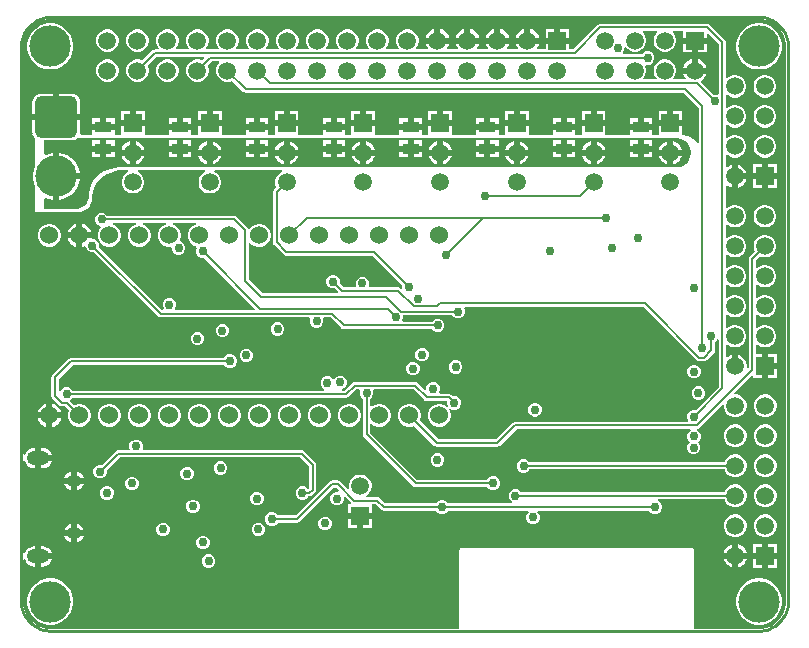
<source format=gbl>
G04*
G04 #@! TF.GenerationSoftware,Altium Limited,Altium Designer,21.3.2 (30)*
G04*
G04 Layer_Physical_Order=4*
G04 Layer_Color=16711680*
%FSLAX25Y25*%
%MOIN*%
G70*
G04*
G04 #@! TF.SameCoordinates,4FB7CEAD-E32D-458C-9978-29DB153300B6*
G04*
G04*
G04 #@! TF.FilePolarity,Positive*
G04*
G01*
G75*
%ADD11C,0.00787*%
%ADD14C,0.06024*%
%ADD18C,0.01000*%
%ADD19C,0.00394*%
%ADD29R,0.05512X0.03740*%
%ADD66O,0.07480X0.04724*%
%ADD67O,0.04921X0.04134*%
%ADD68C,0.05906*%
G04:AMPARAMS|DCode=69|XSize=137.8mil|YSize=137.8mil|CornerRadius=17.22mil|HoleSize=0mil|Usage=FLASHONLY|Rotation=90.000|XOffset=0mil|YOffset=0mil|HoleType=Round|Shape=RoundedRectangle|*
%AMROUNDEDRECTD69*
21,1,0.13780,0.10335,0,0,90.0*
21,1,0.10335,0.13780,0,0,90.0*
1,1,0.03445,0.05167,0.05167*
1,1,0.03445,0.05167,-0.05167*
1,1,0.03445,-0.05167,-0.05167*
1,1,0.03445,-0.05167,0.05167*
%
%ADD69ROUNDEDRECTD69*%
%ADD70R,0.05906X0.05906*%
%ADD71R,0.05906X0.05906*%
%ADD72C,0.13780*%
%ADD73C,0.02953*%
%ADD74C,0.01968*%
G36*
X246811Y203922D02*
X248588Y203568D01*
X250262Y202875D01*
X251768Y201868D01*
X253049Y200587D01*
X254056Y199081D01*
X254749Y197407D01*
X255103Y195630D01*
X255103Y194724D01*
X255103Y10000D01*
X255103Y9094D01*
X254749Y7317D01*
X254056Y5644D01*
X253049Y4137D01*
X251768Y2856D01*
X250262Y1850D01*
X248588Y1156D01*
X246811Y803D01*
X245905Y803D01*
X224342D01*
Y27008D01*
X224281Y27315D01*
X224107Y27576D01*
X223847Y27750D01*
X223539Y27811D01*
X147039D01*
X146732Y27750D01*
X146472Y27576D01*
X146298Y27315D01*
X146237Y27008D01*
Y803D01*
X19685Y803D01*
X9094D01*
X7317Y1156D01*
X5644Y1850D01*
X4137Y2856D01*
X2856Y4137D01*
X1850Y5644D01*
X1156Y7317D01*
X803Y9094D01*
Y10000D01*
Y23802D01*
X1303Y23901D01*
X1591Y23206D01*
X2130Y22504D01*
X2832Y21965D01*
X3650Y21626D01*
X4528Y21510D01*
X4906D01*
Y24902D01*
Y28293D01*
X4528D01*
X3650Y28177D01*
X2832Y27839D01*
X2130Y27299D01*
X1591Y26597D01*
X1303Y25902D01*
X803Y26001D01*
Y56676D01*
X1303Y56775D01*
X1591Y56080D01*
X2130Y55378D01*
X2832Y54839D01*
X3650Y54500D01*
X4528Y54384D01*
X4906D01*
Y57776D01*
Y61167D01*
X4528D01*
X3650Y61051D01*
X2832Y60712D01*
X2130Y60174D01*
X1591Y59471D01*
X1303Y58776D01*
X803Y58875D01*
Y164854D01*
X803Y165354D01*
X855D01*
X4003D01*
X4266Y164719D01*
X4702Y164151D01*
X4810Y164068D01*
Y154734D01*
X4429Y153814D01*
X4134Y152331D01*
Y150819D01*
X4429Y149335D01*
X4810Y148416D01*
Y139817D01*
X19207Y139766D01*
X19685Y139764D01*
X19685Y139764D01*
X19685Y139764D01*
X19685Y139764D01*
X20071Y139783D01*
X20177Y139804D01*
X20828Y139933D01*
X21541Y140229D01*
X22183Y140657D01*
X22729Y141203D01*
X23157Y141845D01*
X23453Y142558D01*
X23582Y143208D01*
X23587Y143233D01*
X23587Y143233D01*
X23603Y143315D01*
X23622Y143700D01*
X23622Y143700D01*
X23622Y143701D01*
X23622Y143701D01*
X23622Y144162D01*
X23622Y144670D01*
X24000Y146572D01*
X24742Y148363D01*
X25819Y149975D01*
X27190Y151346D01*
X28802Y152423D01*
X30593Y153165D01*
X32495Y153543D01*
X33465Y153543D01*
X35788D01*
X35859Y153355D01*
X35874Y153043D01*
X35105Y152599D01*
X34409Y151903D01*
X33916Y151050D01*
X33661Y150099D01*
Y149114D01*
X33916Y148163D01*
X34409Y147310D01*
X35105Y146614D01*
X35958Y146121D01*
X36909Y145866D01*
X37894D01*
X38845Y146121D01*
X39698Y146614D01*
X40394Y147310D01*
X40887Y148163D01*
X41142Y149114D01*
Y150099D01*
X40887Y151050D01*
X40394Y151903D01*
X39698Y152599D01*
X38929Y153043D01*
X38945Y153355D01*
X39015Y153543D01*
X61378D01*
X61449Y153355D01*
X61465Y153043D01*
X60696Y152599D01*
X59999Y151903D01*
X59507Y151050D01*
X59252Y150099D01*
Y149114D01*
X59507Y148163D01*
X59999Y147310D01*
X60696Y146614D01*
X61549Y146121D01*
X62500Y145866D01*
X63485D01*
X64436Y146121D01*
X65289Y146614D01*
X65985Y147310D01*
X66478Y148163D01*
X66732Y149114D01*
Y150099D01*
X66478Y151050D01*
X65985Y151903D01*
X65289Y152599D01*
X64520Y153043D01*
X64535Y153355D01*
X64606Y153543D01*
X86969Y153543D01*
X87040Y153355D01*
X87055Y153043D01*
X86286Y152599D01*
X85590Y151903D01*
X85097Y151050D01*
X84842Y150099D01*
Y149114D01*
X85097Y148163D01*
X85221Y147948D01*
X84423Y147150D01*
X84162Y146759D01*
X84071Y146299D01*
X84071Y146299D01*
Y129575D01*
X84071Y129575D01*
X84162Y129114D01*
X84423Y128723D01*
X87623Y125523D01*
X87623Y125523D01*
X88014Y125262D01*
X88475Y125171D01*
X117181D01*
X127243Y115108D01*
X127211Y115030D01*
Y114349D01*
X126711Y114142D01*
X126527Y114326D01*
X126136Y114587D01*
X125675Y114679D01*
X125675Y114679D01*
X116280D01*
X116002Y115095D01*
X116139Y115425D01*
Y116325D01*
X115794Y117157D01*
X115157Y117794D01*
X114325Y118139D01*
X113425D01*
X112592Y117794D01*
X111956Y117157D01*
X111611Y116325D01*
Y115425D01*
X111748Y115095D01*
X111470Y114679D01*
X107574D01*
X106306Y115946D01*
X106339Y116024D01*
Y116925D01*
X105994Y117757D01*
X105357Y118394D01*
X104525Y118739D01*
X103624D01*
X102793Y118394D01*
X102156Y117757D01*
X101811Y116925D01*
Y116024D01*
X102156Y115192D01*
X102793Y114556D01*
X103624Y114211D01*
X104525D01*
X104603Y114243D01*
X105706Y113141D01*
X105514Y112679D01*
X80674D01*
X76062Y117290D01*
Y129376D01*
X76562Y129482D01*
X77195Y128850D01*
X78061Y128349D01*
X79027Y128091D01*
X80028D01*
X80994Y128349D01*
X81860Y128850D01*
X82568Y129557D01*
X83068Y130423D01*
X83327Y131390D01*
Y132390D01*
X83068Y133356D01*
X82568Y134223D01*
X81860Y134930D01*
X80994Y135430D01*
X80028Y135689D01*
X79027D01*
X78061Y135430D01*
X77195Y134930D01*
X76487Y134223D01*
X76436Y134133D01*
X76359Y134111D01*
X75868Y134151D01*
X75709Y134388D01*
X72026Y138072D01*
X71636Y138333D01*
X71175Y138425D01*
X71175Y138424D01*
X28881D01*
X28848Y138503D01*
X28212Y139139D01*
X27380Y139484D01*
X26479D01*
X25647Y139139D01*
X25010Y138503D01*
X24666Y137671D01*
Y136770D01*
X25010Y135938D01*
X25647Y135301D01*
X26479Y134956D01*
X26514D01*
X26721Y134456D01*
X26487Y134223D01*
X25987Y133356D01*
X25728Y132390D01*
Y131390D01*
X25987Y130423D01*
X26487Y129557D01*
X27195Y128850D01*
X28061Y128349D01*
X29027Y128091D01*
X30028D01*
X30994Y128349D01*
X31860Y128850D01*
X32568Y129557D01*
X33068Y130423D01*
X33327Y131390D01*
Y132390D01*
X33068Y133356D01*
X32568Y134223D01*
X31860Y134930D01*
X30994Y135430D01*
X30674Y135516D01*
X30739Y136016D01*
X38316D01*
X38382Y135516D01*
X38061Y135430D01*
X37195Y134930D01*
X36487Y134223D01*
X35987Y133356D01*
X35728Y132390D01*
Y131390D01*
X35987Y130423D01*
X36487Y129557D01*
X37195Y128850D01*
X38061Y128349D01*
X39027Y128091D01*
X40028D01*
X40994Y128349D01*
X41860Y128850D01*
X42568Y129557D01*
X43068Y130423D01*
X43327Y131390D01*
Y132390D01*
X43068Y133356D01*
X42568Y134223D01*
X41860Y134930D01*
X40994Y135430D01*
X40674Y135516D01*
X40739Y136016D01*
X48316D01*
X48382Y135516D01*
X48061Y135430D01*
X47195Y134930D01*
X46488Y134223D01*
X45987Y133356D01*
X45728Y132390D01*
Y131390D01*
X45987Y130423D01*
X46488Y129557D01*
X47195Y128850D01*
X48061Y128349D01*
X49027Y128091D01*
X50028D01*
X50311Y127649D01*
Y127225D01*
X50656Y126392D01*
X51293Y125756D01*
X52125Y125411D01*
X53025D01*
X53857Y125756D01*
X54494Y126392D01*
X54839Y127225D01*
Y128125D01*
X54494Y128957D01*
X53857Y129594D01*
X53300Y129825D01*
X53055Y130401D01*
X53068Y130423D01*
X53327Y131390D01*
Y132390D01*
X53068Y133356D01*
X52568Y134223D01*
X51860Y134930D01*
X50994Y135430D01*
X50674Y135516D01*
X50739Y136016D01*
X58316D01*
X58382Y135516D01*
X58061Y135430D01*
X57195Y134930D01*
X56488Y134223D01*
X55987Y133356D01*
X55728Y132390D01*
Y131390D01*
X55987Y130423D01*
X56488Y129557D01*
X57195Y128850D01*
X58061Y128349D01*
X58492Y128234D01*
X58562Y128137D01*
X58719Y127656D01*
X58444Y126992D01*
Y126092D01*
X58789Y125259D01*
X59425Y124623D01*
X60258Y124278D01*
X61158D01*
X61236Y124310D01*
X78135Y107411D01*
X77944Y106949D01*
X51503D01*
X51312Y107411D01*
X51427Y107527D01*
X51772Y108359D01*
Y109259D01*
X51427Y110091D01*
X50790Y110728D01*
X49958Y111073D01*
X49057D01*
X48226Y110728D01*
X47589Y110091D01*
X47244Y109259D01*
Y108359D01*
X47589Y107527D01*
X47392Y107040D01*
X47051Y107002D01*
X26106Y127946D01*
X26139Y128024D01*
Y128925D01*
X25794Y129757D01*
X25157Y130394D01*
X24325Y130739D01*
X23890D01*
X23774Y130890D01*
X20528D01*
Y128004D01*
X21076Y128151D01*
X21149Y128193D01*
X21658Y127910D01*
X21956Y127192D01*
X22592Y126556D01*
X23425Y126211D01*
X24325D01*
X24403Y126243D01*
X45753Y104894D01*
X46144Y104632D01*
X46605Y104541D01*
X96157D01*
X96435Y104125D01*
X96311Y103825D01*
Y102925D01*
X96656Y102093D01*
X97293Y101456D01*
X98124Y101111D01*
X99025D01*
X99857Y101456D01*
X100494Y102093D01*
X100839Y102925D01*
Y103825D01*
X100714Y104125D01*
X100992Y104541D01*
X103245D01*
X106762Y101023D01*
X107153Y100762D01*
X107614Y100671D01*
X107614Y100671D01*
X137023D01*
X137056Y100593D01*
X137692Y99956D01*
X138524Y99611D01*
X139425D01*
X140257Y99956D01*
X140894Y100593D01*
X141239Y101425D01*
Y102325D01*
X140894Y103157D01*
X140257Y103794D01*
X139425Y104139D01*
X138524D01*
X137692Y103794D01*
X137056Y103157D01*
X137023Y103079D01*
X127334D01*
X127071Y103579D01*
X127339Y104225D01*
Y105125D01*
X127436Y105271D01*
X143723D01*
X143756Y105192D01*
X144393Y104556D01*
X145224Y104211D01*
X146125D01*
X146957Y104556D01*
X147594Y105192D01*
X147939Y106025D01*
Y106925D01*
X147671Y107571D01*
X147934Y108071D01*
X207576D01*
X225323Y90323D01*
X225323Y90323D01*
X225714Y90062D01*
X226175Y89971D01*
X226175Y89971D01*
X227775D01*
X227775Y89971D01*
X228236Y90062D01*
X228626Y90323D01*
X231026Y92723D01*
X231026Y92723D01*
X231287Y93114D01*
X231379Y93575D01*
Y96423D01*
X231457Y96456D01*
X232094Y97092D01*
X232171Y97277D01*
X232671Y97178D01*
Y81474D01*
X224924Y73727D01*
X224846Y73760D01*
X223946D01*
X223114Y73415D01*
X222477Y72778D01*
X222132Y71946D01*
Y71046D01*
X222450Y70279D01*
X222258Y69779D01*
X164775D01*
X164775Y69779D01*
X164314Y69687D01*
X163923Y69426D01*
X158376Y63879D01*
X139241D01*
X132932Y70188D01*
X133068Y70423D01*
X133327Y71390D01*
Y72390D01*
X133068Y73356D01*
X132568Y74223D01*
X131860Y74930D01*
X130994Y75430D01*
X130028Y75689D01*
X129027D01*
X128061Y75430D01*
X127195Y74930D01*
X126488Y74223D01*
X125987Y73356D01*
X125728Y72390D01*
Y71390D01*
X125987Y70423D01*
X126488Y69557D01*
X127195Y68850D01*
X128061Y68349D01*
X129027Y68091D01*
X130028D01*
X130994Y68349D01*
X131229Y68485D01*
X137891Y61823D01*
X137891Y61823D01*
X138282Y61562D01*
X138743Y61471D01*
X138743Y61471D01*
X158875D01*
X158875Y61471D01*
X159336Y61562D01*
X159726Y61823D01*
X165274Y67371D01*
X223178D01*
X223277Y66871D01*
X223093Y66794D01*
X222456Y66157D01*
X222111Y65325D01*
Y64425D01*
X222456Y63592D01*
X222973Y63075D01*
X222356Y62457D01*
X222011Y61625D01*
Y60725D01*
X222356Y59892D01*
X222992Y59256D01*
X223825Y58911D01*
X224725D01*
X225557Y59256D01*
X226194Y59892D01*
X226539Y60725D01*
Y61625D01*
X226194Y62457D01*
X225676Y62975D01*
X226294Y63592D01*
X226639Y64425D01*
Y65325D01*
X226294Y66157D01*
X225657Y66794D01*
X225424Y66890D01*
X225475Y67410D01*
X225736Y67462D01*
X226126Y67723D01*
X233949Y75546D01*
X234449Y75339D01*
Y74626D01*
X234704Y73675D01*
X235196Y72822D01*
X235893Y72125D01*
X236745Y71633D01*
X237697Y71378D01*
X238681D01*
X239633Y71633D01*
X240486Y72125D01*
X241182Y72822D01*
X241674Y73675D01*
X241929Y74626D01*
Y75611D01*
X241674Y76562D01*
X241182Y77415D01*
X240486Y78111D01*
X239633Y78604D01*
X238681Y78858D01*
X237968D01*
X237761Y79358D01*
X243617Y85214D01*
X244079Y85022D01*
Y84315D01*
X247032D01*
Y88268D01*
Y92221D01*
X245079D01*
Y95278D01*
X245541Y95469D01*
X245735Y95275D01*
X246588Y94783D01*
X247539Y94528D01*
X248524D01*
X249475Y94783D01*
X250328Y95275D01*
X251025Y95971D01*
X251517Y96824D01*
X251772Y97775D01*
Y98760D01*
X251517Y99711D01*
X251025Y100564D01*
X250328Y101261D01*
X249475Y101753D01*
X248524Y102008D01*
X247539D01*
X246588Y101753D01*
X245735Y101261D01*
X245541Y101067D01*
X245079Y101258D01*
Y105278D01*
X245541Y105469D01*
X245735Y105275D01*
X246588Y104782D01*
X247539Y104528D01*
X248524D01*
X249475Y104782D01*
X250328Y105275D01*
X251025Y105971D01*
X251517Y106824D01*
X251772Y107775D01*
Y108760D01*
X251517Y109711D01*
X251025Y110564D01*
X250328Y111261D01*
X249475Y111753D01*
X248524Y112008D01*
X247539D01*
X246588Y111753D01*
X245735Y111261D01*
X245541Y111066D01*
X245079Y111258D01*
Y115278D01*
X245541Y115469D01*
X245735Y115275D01*
X246588Y114783D01*
X247539Y114528D01*
X248524D01*
X249475Y114783D01*
X250328Y115275D01*
X251025Y115971D01*
X251517Y116824D01*
X251772Y117775D01*
Y118760D01*
X251517Y119711D01*
X251025Y120564D01*
X250328Y121261D01*
X249475Y121753D01*
X248524Y122008D01*
X247539D01*
X246588Y121753D01*
X245735Y121261D01*
X245541Y121066D01*
X245079Y121258D01*
Y123612D01*
X246373Y124907D01*
X246588Y124783D01*
X247539Y124528D01*
X248524D01*
X249475Y124783D01*
X250328Y125275D01*
X251025Y125971D01*
X251517Y126824D01*
X251772Y127775D01*
Y128760D01*
X251517Y129711D01*
X251025Y130564D01*
X250328Y131261D01*
X249475Y131753D01*
X248524Y132008D01*
X247539D01*
X246588Y131753D01*
X245735Y131261D01*
X245039Y130564D01*
X244546Y129711D01*
X244291Y128760D01*
Y127775D01*
X244546Y126824D01*
X244670Y126610D01*
X243023Y124962D01*
X242762Y124572D01*
X242671Y124111D01*
X242671Y124111D01*
Y87840D01*
X242459Y87684D01*
X242457Y87685D01*
X241984Y87956D01*
Y88788D01*
X241715Y89793D01*
X241195Y90695D01*
X240459Y91431D01*
X239557Y91951D01*
X239032Y92092D01*
Y88268D01*
X237032D01*
Y92092D01*
X236506Y91951D01*
X235605Y91431D01*
X235541Y91367D01*
X235079Y91559D01*
Y95278D01*
X235541Y95469D01*
X235735Y95275D01*
X236588Y94783D01*
X237539Y94528D01*
X238524D01*
X239475Y94783D01*
X240328Y95275D01*
X241024Y95971D01*
X241517Y96824D01*
X241772Y97775D01*
Y98760D01*
X241517Y99711D01*
X241024Y100564D01*
X240328Y101261D01*
X239475Y101753D01*
X238524Y102008D01*
X237539D01*
X236588Y101753D01*
X235735Y101261D01*
X235541Y101067D01*
X235079Y101258D01*
Y105278D01*
X235541Y105469D01*
X235735Y105275D01*
X236588Y104782D01*
X237539Y104528D01*
X238524D01*
X239475Y104782D01*
X240328Y105275D01*
X241024Y105971D01*
X241517Y106824D01*
X241772Y107775D01*
Y108760D01*
X241517Y109711D01*
X241024Y110564D01*
X240328Y111261D01*
X239475Y111753D01*
X238524Y112008D01*
X237539D01*
X236588Y111753D01*
X235735Y111261D01*
X235541Y111066D01*
X235079Y111258D01*
Y115278D01*
X235541Y115469D01*
X235735Y115275D01*
X236588Y114783D01*
X237539Y114528D01*
X238524D01*
X239475Y114783D01*
X240328Y115275D01*
X241024Y115971D01*
X241517Y116824D01*
X241772Y117775D01*
Y118760D01*
X241517Y119711D01*
X241024Y120564D01*
X240328Y121261D01*
X239475Y121753D01*
X238524Y122008D01*
X237539D01*
X236588Y121753D01*
X235735Y121261D01*
X235541Y121066D01*
X235079Y121258D01*
Y125278D01*
X235541Y125469D01*
X235735Y125275D01*
X236588Y124783D01*
X237539Y124528D01*
X238524D01*
X239475Y124783D01*
X240328Y125275D01*
X241024Y125971D01*
X241517Y126824D01*
X241772Y127775D01*
Y128760D01*
X241517Y129711D01*
X241024Y130564D01*
X240328Y131261D01*
X239475Y131753D01*
X238524Y132008D01*
X237539D01*
X236588Y131753D01*
X235735Y131261D01*
X235541Y131067D01*
X235079Y131258D01*
Y135278D01*
X235541Y135469D01*
X235735Y135275D01*
X236588Y134783D01*
X237539Y134528D01*
X238524D01*
X239475Y134783D01*
X240328Y135275D01*
X241024Y135971D01*
X241517Y136824D01*
X241772Y137775D01*
Y138760D01*
X241517Y139711D01*
X241024Y140564D01*
X240328Y141261D01*
X239475Y141753D01*
X238524Y142008D01*
X237539D01*
X236588Y141753D01*
X235735Y141261D01*
X235541Y141067D01*
X235079Y141258D01*
Y148284D01*
X235541Y148475D01*
X235605Y148412D01*
X236506Y147891D01*
X237032Y147751D01*
Y151575D01*
Y155399D01*
X236506Y155258D01*
X235605Y154738D01*
X235541Y154674D01*
X235079Y154866D01*
Y158585D01*
X235541Y158776D01*
X235735Y158582D01*
X236588Y158089D01*
X237539Y157835D01*
X238524D01*
X239475Y158089D01*
X240328Y158582D01*
X241024Y159278D01*
X241517Y160131D01*
X241772Y161082D01*
Y162067D01*
X241517Y163018D01*
X241024Y163871D01*
X240328Y164568D01*
X239475Y165060D01*
X238524Y165315D01*
X237539D01*
X236588Y165060D01*
X235735Y164568D01*
X235541Y164374D01*
X235079Y164565D01*
Y168585D01*
X235541Y168776D01*
X235735Y168582D01*
X236588Y168089D01*
X237539Y167835D01*
X238524D01*
X239475Y168089D01*
X240328Y168582D01*
X241024Y169278D01*
X241517Y170131D01*
X241772Y171082D01*
Y172067D01*
X241517Y173018D01*
X241024Y173871D01*
X240328Y174568D01*
X239475Y175060D01*
X238524Y175315D01*
X237539D01*
X236588Y175060D01*
X235735Y174568D01*
X235541Y174373D01*
X235079Y174565D01*
Y178585D01*
X235541Y178776D01*
X235735Y178582D01*
X236588Y178089D01*
X237539Y177835D01*
X238524D01*
X239475Y178089D01*
X240328Y178582D01*
X241024Y179278D01*
X241517Y180131D01*
X241772Y181082D01*
Y182067D01*
X241517Y183018D01*
X241024Y183871D01*
X240328Y184568D01*
X239475Y185060D01*
X238524Y185315D01*
X237539D01*
X236588Y185060D01*
X235735Y184568D01*
X235541Y184373D01*
X235079Y184565D01*
Y196275D01*
X235079Y196275D01*
X234987Y196736D01*
X234726Y197126D01*
X234726Y197126D01*
X229726Y202126D01*
X229336Y202387D01*
X228875Y202479D01*
X228875Y202479D01*
X193175D01*
X193175Y202479D01*
X192714Y202387D01*
X192323Y202126D01*
X192323Y202126D01*
X184076Y193879D01*
X182850D01*
Y195850D01*
X178898D01*
X174945D01*
Y193879D01*
X172170D01*
X171978Y194341D01*
X172061Y194423D01*
X172581Y195325D01*
X172722Y195850D01*
X168898D01*
X165073D01*
X165214Y195325D01*
X165735Y194423D01*
X165817Y194341D01*
X165626Y193879D01*
X162170D01*
X161978Y194341D01*
X162061Y194423D01*
X162581Y195325D01*
X162722Y195850D01*
X158898D01*
X155073D01*
X155214Y195325D01*
X155735Y194423D01*
X155817Y194341D01*
X155626Y193879D01*
X152170D01*
X151978Y194341D01*
X152061Y194423D01*
X152581Y195325D01*
X152722Y195850D01*
X148898D01*
X145073D01*
X145214Y195325D01*
X145735Y194423D01*
X145817Y194341D01*
X145626Y193879D01*
X142170D01*
X141978Y194341D01*
X142061Y194423D01*
X142581Y195325D01*
X142722Y195850D01*
X138898D01*
X135073D01*
X135214Y195325D01*
X135735Y194423D01*
X135817Y194341D01*
X135626Y193879D01*
X131869D01*
X131677Y194341D01*
X131890Y194554D01*
X132383Y195407D01*
X132638Y196358D01*
Y197343D01*
X132383Y198294D01*
X131890Y199147D01*
X131194Y199843D01*
X130341Y200336D01*
X129390Y200591D01*
X128405D01*
X127454Y200336D01*
X126601Y199843D01*
X125905Y199147D01*
X125412Y198294D01*
X125157Y197343D01*
Y196358D01*
X125412Y195407D01*
X125905Y194554D01*
X126118Y194341D01*
X125926Y193879D01*
X121869D01*
X121677Y194341D01*
X121890Y194554D01*
X122383Y195407D01*
X122638Y196358D01*
Y197343D01*
X122383Y198294D01*
X121890Y199147D01*
X121194Y199843D01*
X120341Y200336D01*
X119390Y200591D01*
X118405D01*
X117454Y200336D01*
X116601Y199843D01*
X115905Y199147D01*
X115412Y198294D01*
X115157Y197343D01*
Y196358D01*
X115412Y195407D01*
X115905Y194554D01*
X116118Y194341D01*
X115926Y193879D01*
X111869D01*
X111678Y194341D01*
X111890Y194554D01*
X112383Y195407D01*
X112638Y196358D01*
Y197343D01*
X112383Y198294D01*
X111890Y199147D01*
X111194Y199843D01*
X110341Y200336D01*
X109390Y200591D01*
X108405D01*
X107454Y200336D01*
X106601Y199843D01*
X105905Y199147D01*
X105412Y198294D01*
X105157Y197343D01*
Y196358D01*
X105412Y195407D01*
X105905Y194554D01*
X106118Y194341D01*
X105926Y193879D01*
X101869D01*
X101678Y194341D01*
X101891Y194554D01*
X102383Y195407D01*
X102638Y196358D01*
Y197343D01*
X102383Y198294D01*
X101891Y199147D01*
X101194Y199843D01*
X100341Y200336D01*
X99390Y200591D01*
X98405D01*
X97454Y200336D01*
X96601Y199843D01*
X95905Y199147D01*
X95412Y198294D01*
X95157Y197343D01*
Y196358D01*
X95412Y195407D01*
X95905Y194554D01*
X96118Y194341D01*
X95926Y193879D01*
X91869D01*
X91677Y194341D01*
X91891Y194554D01*
X92383Y195407D01*
X92638Y196358D01*
Y197343D01*
X92383Y198294D01*
X91891Y199147D01*
X91194Y199843D01*
X90341Y200336D01*
X89390Y200591D01*
X88405D01*
X87454Y200336D01*
X86601Y199843D01*
X85905Y199147D01*
X85412Y198294D01*
X85157Y197343D01*
Y196358D01*
X85412Y195407D01*
X85905Y194554D01*
X86118Y194341D01*
X85926Y193879D01*
X81869D01*
X81678Y194341D01*
X81890Y194554D01*
X82383Y195407D01*
X82638Y196358D01*
Y197343D01*
X82383Y198294D01*
X81890Y199147D01*
X81194Y199843D01*
X80341Y200336D01*
X79390Y200591D01*
X78405D01*
X77454Y200336D01*
X76601Y199843D01*
X75905Y199147D01*
X75412Y198294D01*
X75157Y197343D01*
Y196358D01*
X75412Y195407D01*
X75905Y194554D01*
X76118Y194341D01*
X75926Y193879D01*
X71869D01*
X71678Y194341D01*
X71890Y194554D01*
X72383Y195407D01*
X72638Y196358D01*
Y197343D01*
X72383Y198294D01*
X71890Y199147D01*
X71194Y199843D01*
X70341Y200336D01*
X69390Y200591D01*
X68405D01*
X67454Y200336D01*
X66601Y199843D01*
X65905Y199147D01*
X65412Y198294D01*
X65157Y197343D01*
Y196358D01*
X65412Y195407D01*
X65905Y194554D01*
X66118Y194341D01*
X65926Y193879D01*
X61869D01*
X61677Y194341D01*
X61891Y194554D01*
X62383Y195407D01*
X62638Y196358D01*
Y197343D01*
X62383Y198294D01*
X61891Y199147D01*
X61194Y199843D01*
X60341Y200336D01*
X59390Y200591D01*
X58405D01*
X57454Y200336D01*
X56601Y199843D01*
X55905Y199147D01*
X55412Y198294D01*
X55157Y197343D01*
Y196358D01*
X55412Y195407D01*
X55905Y194554D01*
X56118Y194341D01*
X55926Y193879D01*
X51869D01*
X51678Y194341D01*
X51890Y194554D01*
X52383Y195407D01*
X52638Y196358D01*
Y197343D01*
X52383Y198294D01*
X51890Y199147D01*
X51194Y199843D01*
X50341Y200336D01*
X49390Y200591D01*
X48405D01*
X47454Y200336D01*
X46601Y199843D01*
X45905Y199147D01*
X45412Y198294D01*
X45158Y197343D01*
Y196358D01*
X45412Y195407D01*
X45905Y194554D01*
X46118Y194341D01*
X45926Y193879D01*
X44722D01*
X44722Y193879D01*
X44261Y193787D01*
X43870Y193526D01*
X43870Y193526D01*
X40556Y190212D01*
X40341Y190336D01*
X39390Y190591D01*
X38405D01*
X37454Y190336D01*
X36601Y189843D01*
X35905Y189147D01*
X35412Y188294D01*
X35157Y187343D01*
Y186358D01*
X35412Y185407D01*
X35905Y184554D01*
X36601Y183858D01*
X37454Y183365D01*
X38405Y183110D01*
X39390D01*
X40341Y183365D01*
X41194Y183858D01*
X41890Y184554D01*
X42383Y185407D01*
X42638Y186358D01*
Y187343D01*
X42383Y188294D01*
X42259Y188509D01*
X45221Y191471D01*
X61161D01*
X61353Y191009D01*
X60556Y190212D01*
X60341Y190336D01*
X59390Y190591D01*
X58405D01*
X57454Y190336D01*
X56601Y189843D01*
X55905Y189147D01*
X55412Y188294D01*
X55157Y187343D01*
Y186358D01*
X55412Y185407D01*
X55905Y184554D01*
X56601Y183858D01*
X57454Y183365D01*
X58405Y183110D01*
X59390D01*
X60341Y183365D01*
X61194Y183858D01*
X61891Y184554D01*
X62383Y185407D01*
X62638Y186358D01*
Y187343D01*
X62383Y188294D01*
X62259Y188509D01*
X63621Y189871D01*
X65921D01*
X66128Y189371D01*
X65905Y189147D01*
X65412Y188294D01*
X65157Y187343D01*
Y186358D01*
X65412Y185407D01*
X65905Y184554D01*
X66601Y183858D01*
X67454Y183365D01*
X68405Y183110D01*
X69390D01*
X70341Y183365D01*
X70556Y183489D01*
X74222Y179823D01*
X74222Y179823D01*
X74612Y179562D01*
X75073Y179471D01*
X75073Y179471D01*
X220976D01*
X225971Y174476D01*
Y162698D01*
X225471Y162547D01*
X225037Y163195D01*
X224219Y164014D01*
X223256Y164657D01*
X222187Y165100D01*
X221051Y165326D01*
X220488Y165354D01*
Y168291D01*
X216535D01*
X212583D01*
Y165354D01*
X210449D01*
Y167012D01*
X206693D01*
X202937D01*
Y165354D01*
X194898D01*
Y168291D01*
X190945D01*
X186992D01*
Y165354D01*
X184858D01*
Y167012D01*
X181102D01*
X177347D01*
Y165354D01*
X169307D01*
Y168291D01*
X165354D01*
X161402D01*
Y165354D01*
X159268D01*
Y167012D01*
X155512D01*
X151756D01*
Y165354D01*
X143717D01*
Y168291D01*
X139764D01*
X135811D01*
Y165354D01*
X133677D01*
Y167012D01*
X129921D01*
X126165D01*
Y165354D01*
X118126D01*
Y168291D01*
X114173D01*
X110221D01*
Y165354D01*
X108087D01*
Y167012D01*
X104331D01*
X100575D01*
Y165354D01*
X92535D01*
Y168291D01*
X88583D01*
X84630D01*
Y165354D01*
X82496D01*
Y167012D01*
X78740D01*
X74984D01*
Y165354D01*
X66945D01*
Y168291D01*
X62992D01*
X59039D01*
Y165354D01*
X56906D01*
Y167012D01*
X53150D01*
X49394D01*
Y165354D01*
X41354D01*
Y168291D01*
X37402D01*
X33449D01*
Y165354D01*
X31315D01*
Y167012D01*
X27559D01*
X23803D01*
Y165354D01*
X20131D01*
X19693Y165854D01*
X19724Y166093D01*
Y170260D01*
X11811D01*
X3898D01*
Y166093D01*
X3929Y165854D01*
X3669Y165558D01*
X3253Y165354D01*
X2889Y165354D01*
X803Y165354D01*
X803Y165854D01*
Y194724D01*
Y195630D01*
X1156Y197407D01*
X1850Y199081D01*
X2856Y200587D01*
X4137Y201868D01*
X5644Y202875D01*
X7317Y203568D01*
X9094Y203922D01*
X10000Y203922D01*
X245905Y203922D01*
X246811Y203922D01*
D02*
G37*
G36*
X220772Y197850D02*
X224724D01*
X228677D01*
Y199116D01*
X229139Y199307D01*
X232671Y195776D01*
Y179030D01*
X232171Y178695D01*
X231825Y178839D01*
X230925D01*
X230846Y178806D01*
X226690Y182963D01*
X226755Y183459D01*
X227151Y183687D01*
X227887Y184423D01*
X228408Y185325D01*
X228549Y185850D01*
X224724D01*
X220900D01*
X221041Y185325D01*
X221561Y184423D01*
X221644Y184341D01*
X221452Y183879D01*
X217696D01*
X217504Y184341D01*
X217717Y184554D01*
X218210Y185407D01*
X218465Y186358D01*
Y187343D01*
X218210Y188294D01*
X217717Y189147D01*
X217021Y189843D01*
X216168Y190336D01*
X215217Y190591D01*
X214232D01*
X213281Y190336D01*
X212428Y189843D01*
X211732Y189147D01*
X211239Y188294D01*
X210984Y187343D01*
Y186358D01*
X211239Y185407D01*
X211732Y184554D01*
X211945Y184341D01*
X211753Y183879D01*
X207696D01*
X207504Y184341D01*
X207717Y184554D01*
X208210Y185407D01*
X208465Y186358D01*
Y187343D01*
X208210Y188294D01*
X208107Y188471D01*
X208437Y188847D01*
X208524Y188811D01*
X209425D01*
X210257Y189156D01*
X210894Y189793D01*
X211239Y190624D01*
Y191525D01*
X210894Y192357D01*
X210257Y192994D01*
X209425Y193339D01*
X208524D01*
X207693Y192994D01*
X207056Y192357D01*
X207023Y192279D01*
X200888D01*
X200680Y192779D01*
X200894Y192992D01*
X201239Y193825D01*
Y194408D01*
X201706Y194546D01*
X201739Y194547D01*
X202428Y193858D01*
X203281Y193365D01*
X204232Y193110D01*
X205217D01*
X206168Y193365D01*
X207021Y193858D01*
X207717Y194554D01*
X208210Y195407D01*
X208465Y196358D01*
Y197343D01*
X208210Y198294D01*
X207717Y199147D01*
X207294Y199571D01*
X207501Y200071D01*
X211948D01*
X212155Y199571D01*
X211732Y199147D01*
X211239Y198294D01*
X210984Y197343D01*
Y196358D01*
X211239Y195407D01*
X211732Y194554D01*
X212428Y193858D01*
X213281Y193365D01*
X214232Y193110D01*
X215217D01*
X216168Y193365D01*
X217021Y193858D01*
X217717Y194554D01*
X218210Y195407D01*
X218465Y196358D01*
Y197343D01*
X218210Y198294D01*
X217717Y199147D01*
X217294Y199571D01*
X217501Y200071D01*
X220772D01*
Y197850D01*
D02*
G37*
G36*
X219939Y164181D02*
X220835Y163810D01*
X221641Y163271D01*
X222326Y162586D01*
X222865Y161780D01*
X223236Y160884D01*
X223425Y159933D01*
Y158964D01*
X223236Y158013D01*
X222865Y157118D01*
X222326Y156312D01*
X221641Y155626D01*
X220835Y155088D01*
X219939Y154717D01*
X218989Y154528D01*
X218504D01*
X32480Y154527D01*
X31516Y154480D01*
X29623Y154104D01*
X27841Y153365D01*
X26236Y152293D01*
X24872Y150929D01*
X23800Y149325D01*
X23062Y147542D01*
X22685Y145650D01*
X22638Y144685D01*
X22638D01*
X22638Y144297D01*
X22487Y143537D01*
X22190Y142820D01*
X21759Y142175D01*
X21211Y141627D01*
X20566Y141196D01*
X19849Y140899D01*
X19192Y140769D01*
X18701Y140748D01*
X18701Y140748D01*
X18701Y140748D01*
X7874D01*
Y144130D01*
X8374Y144459D01*
X9510Y143988D01*
X10811Y143729D01*
Y151575D01*
Y159420D01*
X9510Y159161D01*
X8374Y158691D01*
X7874Y159020D01*
Y163533D01*
X16978D01*
X17958Y163728D01*
X18788Y164283D01*
X18846Y164370D01*
X218989D01*
X219939Y164181D01*
D02*
G37*
%LPC*%
G36*
X169898Y200675D02*
Y197850D01*
X172722D01*
X172581Y198376D01*
X172061Y199277D01*
X171325Y200013D01*
X170423Y200534D01*
X169898Y200675D01*
D02*
G37*
G36*
X182850Y200803D02*
X179898D01*
Y197850D01*
X182850D01*
Y200803D01*
D02*
G37*
G36*
X159898Y200675D02*
Y197850D01*
X162722D01*
X162581Y198376D01*
X162061Y199277D01*
X161325Y200013D01*
X160423Y200534D01*
X159898Y200675D01*
D02*
G37*
G36*
X139898D02*
Y197850D01*
X142722D01*
X142581Y198376D01*
X142061Y199277D01*
X141325Y200013D01*
X140423Y200534D01*
X139898Y200675D01*
D02*
G37*
G36*
X149898D02*
Y197850D01*
X152722D01*
X152581Y198376D01*
X152061Y199277D01*
X151325Y200013D01*
X150423Y200534D01*
X149898Y200675D01*
D02*
G37*
G36*
X167898D02*
X167372Y200534D01*
X166471Y200013D01*
X165735Y199277D01*
X165214Y198376D01*
X165073Y197850D01*
X167898D01*
Y200675D01*
D02*
G37*
G36*
X157898D02*
X157372Y200534D01*
X156471Y200013D01*
X155735Y199277D01*
X155214Y198376D01*
X155073Y197850D01*
X157898D01*
Y200675D01*
D02*
G37*
G36*
X137898D02*
X137372Y200534D01*
X136471Y200013D01*
X135735Y199277D01*
X135214Y198376D01*
X135073Y197850D01*
X137898D01*
Y200675D01*
D02*
G37*
G36*
X147898D02*
X147372Y200534D01*
X146471Y200013D01*
X145735Y199277D01*
X145214Y198376D01*
X145073Y197850D01*
X147898D01*
Y200675D01*
D02*
G37*
G36*
X177898Y200803D02*
X174945D01*
Y197850D01*
X177898D01*
Y200803D01*
D02*
G37*
G36*
X39390Y200591D02*
X38405D01*
X37454Y200336D01*
X36601Y199843D01*
X35905Y199147D01*
X35412Y198294D01*
X35157Y197343D01*
Y196358D01*
X35412Y195407D01*
X35905Y194554D01*
X36601Y193858D01*
X37454Y193365D01*
X38405Y193110D01*
X39390D01*
X40341Y193365D01*
X41194Y193858D01*
X41890Y194554D01*
X42383Y195407D01*
X42638Y196358D01*
Y197343D01*
X42383Y198294D01*
X41890Y199147D01*
X41194Y199843D01*
X40341Y200336D01*
X39390Y200591D01*
D02*
G37*
G36*
X29390D02*
X28405D01*
X27454Y200336D01*
X26601Y199843D01*
X25905Y199147D01*
X25412Y198294D01*
X25157Y197343D01*
Y196358D01*
X25412Y195407D01*
X25905Y194554D01*
X26601Y193858D01*
X27454Y193365D01*
X28405Y193110D01*
X29390D01*
X30341Y193365D01*
X31194Y193858D01*
X31890Y194554D01*
X32383Y195407D01*
X32638Y196358D01*
Y197343D01*
X32383Y198294D01*
X31890Y199147D01*
X31194Y199843D01*
X30341Y200336D01*
X29390Y200591D01*
D02*
G37*
G36*
X246819Y202559D02*
X245307D01*
X243824Y202264D01*
X242426Y201685D01*
X241169Y200845D01*
X240100Y199776D01*
X239260Y198518D01*
X238681Y197121D01*
X238386Y195638D01*
Y194126D01*
X238681Y192642D01*
X239260Y191245D01*
X240100Y189988D01*
X241169Y188919D01*
X242426Y188078D01*
X243824Y187500D01*
X245307Y187205D01*
X246819D01*
X248302Y187500D01*
X249699Y188078D01*
X250957Y188919D01*
X252026Y189988D01*
X252866Y191245D01*
X253445Y192642D01*
X253740Y194126D01*
Y195638D01*
X253445Y197121D01*
X252866Y198518D01*
X252026Y199776D01*
X250957Y200845D01*
X249699Y201685D01*
X248302Y202264D01*
X246819Y202559D01*
D02*
G37*
G36*
X10599D02*
X9087D01*
X7603Y202264D01*
X6206Y201685D01*
X4949Y200845D01*
X3879Y199776D01*
X3039Y198518D01*
X2461Y197121D01*
X2165Y195638D01*
Y194126D01*
X2461Y192642D01*
X3039Y191245D01*
X3879Y189988D01*
X4949Y188919D01*
X6206Y188078D01*
X7603Y187500D01*
X9087Y187205D01*
X10599D01*
X12082Y187500D01*
X13479Y188078D01*
X14737Y188919D01*
X15806Y189988D01*
X16646Y191245D01*
X17225Y192642D01*
X17520Y194126D01*
Y195638D01*
X17225Y197121D01*
X16646Y198518D01*
X15806Y199776D01*
X14737Y200845D01*
X13479Y201685D01*
X12082Y202264D01*
X10599Y202559D01*
D02*
G37*
G36*
X49390Y190591D02*
X48405D01*
X47454Y190336D01*
X46601Y189843D01*
X45905Y189147D01*
X45412Y188294D01*
X45158Y187343D01*
Y186358D01*
X45412Y185407D01*
X45905Y184554D01*
X46601Y183858D01*
X47454Y183365D01*
X48405Y183110D01*
X49390D01*
X50341Y183365D01*
X51194Y183858D01*
X51890Y184554D01*
X52383Y185407D01*
X52638Y186358D01*
Y187343D01*
X52383Y188294D01*
X51890Y189147D01*
X51194Y189843D01*
X50341Y190336D01*
X49390Y190591D01*
D02*
G37*
G36*
X29390D02*
X28405D01*
X27454Y190336D01*
X26601Y189843D01*
X25905Y189147D01*
X25412Y188294D01*
X25157Y187343D01*
Y186358D01*
X25412Y185407D01*
X25905Y184554D01*
X26601Y183858D01*
X27454Y183365D01*
X28405Y183110D01*
X29390D01*
X30341Y183365D01*
X31194Y183858D01*
X31890Y184554D01*
X32383Y185407D01*
X32638Y186358D01*
Y187343D01*
X32383Y188294D01*
X31890Y189147D01*
X31194Y189843D01*
X30341Y190336D01*
X29390Y190591D01*
D02*
G37*
G36*
X248524Y185315D02*
X247539D01*
X246588Y185060D01*
X245735Y184568D01*
X245039Y183871D01*
X244546Y183018D01*
X244291Y182067D01*
Y181082D01*
X244546Y180131D01*
X245039Y179278D01*
X245735Y178582D01*
X246588Y178089D01*
X247539Y177835D01*
X248524D01*
X249475Y178089D01*
X250328Y178582D01*
X251025Y179278D01*
X251517Y180131D01*
X251772Y181082D01*
Y182067D01*
X251517Y183018D01*
X251025Y183871D01*
X250328Y184568D01*
X249475Y185060D01*
X248524Y185315D01*
D02*
G37*
G36*
X16978Y179173D02*
X12811D01*
Y172260D01*
X19724D01*
Y176427D01*
X19631Y177138D01*
X19356Y177800D01*
X18920Y178369D01*
X18351Y178805D01*
X17689Y179079D01*
X16978Y179173D01*
D02*
G37*
G36*
X10811D02*
X6644D01*
X5933Y179079D01*
X5271Y178805D01*
X4702Y178369D01*
X4266Y177800D01*
X3991Y177138D01*
X3898Y176427D01*
Y172260D01*
X10811D01*
Y179173D01*
D02*
G37*
G36*
X66945Y173244D02*
X63992D01*
Y170291D01*
X66945D01*
Y173244D01*
D02*
G37*
G36*
X41354D02*
X38402D01*
Y170291D01*
X41354D01*
Y173244D01*
D02*
G37*
G36*
X220488D02*
X217535D01*
Y170291D01*
X220488D01*
Y173244D01*
D02*
G37*
G36*
X194898D02*
X191945D01*
Y170291D01*
X194898D01*
Y173244D01*
D02*
G37*
G36*
X169307D02*
X166354D01*
Y170291D01*
X169307D01*
Y173244D01*
D02*
G37*
G36*
X143717D02*
X140764D01*
Y170291D01*
X143717D01*
Y173244D01*
D02*
G37*
G36*
X118126D02*
X115173D01*
Y170291D01*
X118126D01*
Y173244D01*
D02*
G37*
G36*
X92535D02*
X89583D01*
Y170291D01*
X92535D01*
Y173244D01*
D02*
G37*
G36*
X61992D02*
X59039D01*
Y170291D01*
X61992D01*
Y173244D01*
D02*
G37*
G36*
X36402D02*
X33449D01*
Y170291D01*
X36402D01*
Y173244D01*
D02*
G37*
G36*
X215535D02*
X212583D01*
Y170291D01*
X215535D01*
Y173244D01*
D02*
G37*
G36*
X189945D02*
X186992D01*
Y170291D01*
X189945D01*
Y173244D01*
D02*
G37*
G36*
X164354D02*
X161402D01*
Y170291D01*
X164354D01*
Y173244D01*
D02*
G37*
G36*
X138764D02*
X135811D01*
Y170291D01*
X138764D01*
Y173244D01*
D02*
G37*
G36*
X113173D02*
X110221D01*
Y170291D01*
X113173D01*
Y173244D01*
D02*
G37*
G36*
X87583D02*
X84630D01*
Y170291D01*
X87583D01*
Y173244D01*
D02*
G37*
G36*
X210449Y170882D02*
X207693D01*
Y169012D01*
X210449D01*
Y170882D01*
D02*
G37*
G36*
X184858D02*
X182102D01*
Y169012D01*
X184858D01*
Y170882D01*
D02*
G37*
G36*
X159268D02*
X156512D01*
Y169012D01*
X159268D01*
Y170882D01*
D02*
G37*
G36*
X133677D02*
X130921D01*
Y169012D01*
X133677D01*
Y170882D01*
D02*
G37*
G36*
X108087D02*
X105331D01*
Y169012D01*
X108087D01*
Y170882D01*
D02*
G37*
G36*
X82496D02*
X79740D01*
Y169012D01*
X82496D01*
Y170882D01*
D02*
G37*
G36*
X56906D02*
X54150D01*
Y169012D01*
X56906D01*
Y170882D01*
D02*
G37*
G36*
X31315D02*
X28559D01*
Y169012D01*
X31315D01*
Y170882D01*
D02*
G37*
G36*
X205693D02*
X202937D01*
Y169012D01*
X205693D01*
Y170882D01*
D02*
G37*
G36*
X180102D02*
X177347D01*
Y169012D01*
X180102D01*
Y170882D01*
D02*
G37*
G36*
X154512D02*
X151756D01*
Y169012D01*
X154512D01*
Y170882D01*
D02*
G37*
G36*
X128921D02*
X126165D01*
Y169012D01*
X128921D01*
Y170882D01*
D02*
G37*
G36*
X103331D02*
X100575D01*
Y169012D01*
X103331D01*
Y170882D01*
D02*
G37*
G36*
X77740D02*
X74984D01*
Y169012D01*
X77740D01*
Y170882D01*
D02*
G37*
G36*
X52150D02*
X49394D01*
Y169012D01*
X52150D01*
Y170882D01*
D02*
G37*
G36*
X26559D02*
X23803D01*
Y169012D01*
X26559D01*
Y170882D01*
D02*
G37*
G36*
X248524Y175315D02*
X247539D01*
X246588Y175060D01*
X245735Y174568D01*
X245039Y173871D01*
X244546Y173018D01*
X244291Y172067D01*
Y171082D01*
X244546Y170131D01*
X245039Y169278D01*
X245735Y168582D01*
X246588Y168089D01*
X247539Y167835D01*
X248524D01*
X249475Y168089D01*
X250328Y168582D01*
X251025Y169278D01*
X251517Y170131D01*
X251772Y171082D01*
Y172067D01*
X251517Y173018D01*
X251025Y173871D01*
X250328Y174568D01*
X249475Y175060D01*
X248524Y175315D01*
D02*
G37*
G36*
Y165315D02*
X247539D01*
X246588Y165060D01*
X245735Y164568D01*
X245039Y163871D01*
X244546Y163018D01*
X244291Y162067D01*
Y161082D01*
X244546Y160131D01*
X245039Y159278D01*
X245735Y158582D01*
X246588Y158089D01*
X247539Y157835D01*
X248524D01*
X249475Y158089D01*
X250328Y158582D01*
X251025Y159278D01*
X251517Y160131D01*
X251772Y161082D01*
Y162067D01*
X251517Y163018D01*
X251025Y163871D01*
X250328Y164568D01*
X249475Y165060D01*
X248524Y165315D01*
D02*
G37*
G36*
X251984Y155527D02*
X249032D01*
Y152575D01*
X251984D01*
Y155527D01*
D02*
G37*
G36*
X239032Y155399D02*
Y152575D01*
X241856D01*
X241715Y153101D01*
X241195Y154002D01*
X240459Y154738D01*
X239557Y155258D01*
X239032Y155399D01*
D02*
G37*
G36*
X247032Y155527D02*
X244079D01*
Y152575D01*
X247032D01*
Y155527D01*
D02*
G37*
G36*
X241856Y150575D02*
X239032D01*
Y147751D01*
X239557Y147891D01*
X240459Y148412D01*
X241195Y149148D01*
X241715Y150049D01*
X241856Y150575D01*
D02*
G37*
G36*
X251984D02*
X249032D01*
Y147622D01*
X251984D01*
Y150575D01*
D02*
G37*
G36*
X247032D02*
X244079D01*
Y147622D01*
X247032D01*
Y150575D01*
D02*
G37*
G36*
X248524Y142008D02*
X247539D01*
X246588Y141753D01*
X245735Y141261D01*
X245039Y140564D01*
X244546Y139711D01*
X244291Y138760D01*
Y137775D01*
X244546Y136824D01*
X245039Y135971D01*
X245735Y135275D01*
X246588Y134783D01*
X247539Y134528D01*
X248524D01*
X249475Y134783D01*
X250328Y135275D01*
X251025Y135971D01*
X251517Y136824D01*
X251772Y137775D01*
Y138760D01*
X251517Y139711D01*
X251025Y140564D01*
X250328Y141261D01*
X249475Y141753D01*
X248524Y142008D01*
D02*
G37*
G36*
X20528Y135775D02*
Y132890D01*
X23413D01*
X23266Y133438D01*
X22738Y134353D01*
X21991Y135100D01*
X21076Y135628D01*
X20528Y135775D01*
D02*
G37*
G36*
X18528D02*
X17979Y135628D01*
X17064Y135100D01*
X16317Y134353D01*
X15789Y133438D01*
X15642Y132890D01*
X18528D01*
Y135775D01*
D02*
G37*
G36*
X10028Y135689D02*
X9027D01*
X8061Y135430D01*
X7195Y134930D01*
X6487Y134223D01*
X5987Y133356D01*
X5728Y132390D01*
Y131390D01*
X5987Y130423D01*
X6487Y129557D01*
X7195Y128850D01*
X8061Y128349D01*
X9027Y128091D01*
X10028D01*
X10994Y128349D01*
X11860Y128850D01*
X12568Y129557D01*
X13068Y130423D01*
X13327Y131390D01*
Y132390D01*
X13068Y133356D01*
X12568Y134223D01*
X11860Y134930D01*
X10994Y135430D01*
X10028Y135689D01*
D02*
G37*
G36*
X18528Y130890D02*
X15642D01*
X15789Y130341D01*
X16317Y129427D01*
X17064Y128680D01*
X17979Y128151D01*
X18528Y128004D01*
Y130890D01*
D02*
G37*
G36*
X86025Y102939D02*
X85124D01*
X84293Y102594D01*
X83656Y101957D01*
X83311Y101125D01*
Y100224D01*
X83656Y99392D01*
X84293Y98756D01*
X85124Y98411D01*
X86025D01*
X86857Y98756D01*
X87494Y99392D01*
X87839Y100224D01*
Y101125D01*
X87494Y101957D01*
X86857Y102594D01*
X86025Y102939D01*
D02*
G37*
G36*
X67685Y102431D02*
X66784D01*
X65952Y102087D01*
X65316Y101450D01*
X64971Y100618D01*
Y99717D01*
X65316Y98885D01*
X65952Y98248D01*
X66784Y97904D01*
X67685D01*
X68517Y98248D01*
X69154Y98885D01*
X69498Y99717D01*
Y100618D01*
X69154Y101450D01*
X68517Y102087D01*
X67685Y102431D01*
D02*
G37*
G36*
X59325Y99739D02*
X58425D01*
X57592Y99394D01*
X56956Y98757D01*
X56611Y97925D01*
Y97025D01*
X56956Y96193D01*
X57592Y95556D01*
X58425Y95211D01*
X59325D01*
X60157Y95556D01*
X60794Y96193D01*
X61139Y97025D01*
Y97925D01*
X60794Y98757D01*
X60157Y99394D01*
X59325Y99739D01*
D02*
G37*
G36*
X134276Y94390D02*
X133376D01*
X132544Y94045D01*
X131907Y93408D01*
X131562Y92576D01*
Y91676D01*
X131907Y90844D01*
X132544Y90207D01*
X133376Y89862D01*
X134276D01*
X135108Y90207D01*
X135745Y90844D01*
X136090Y91676D01*
Y92576D01*
X135745Y93408D01*
X135108Y94045D01*
X134276Y94390D01*
D02*
G37*
G36*
X75625Y94139D02*
X74725D01*
X73892Y93794D01*
X73256Y93157D01*
X72911Y92325D01*
Y91425D01*
X73256Y90592D01*
X73892Y89956D01*
X74725Y89611D01*
X75625D01*
X76457Y89956D01*
X77094Y90592D01*
X77439Y91425D01*
Y92325D01*
X77094Y93157D01*
X76457Y93794D01*
X75625Y94139D01*
D02*
G37*
G36*
X251984Y92221D02*
X249032D01*
Y89268D01*
X251984D01*
Y92221D01*
D02*
G37*
G36*
X70125Y92239D02*
X69225D01*
X68392Y91894D01*
X67756Y91257D01*
X67723Y91179D01*
X16775D01*
X16314Y91087D01*
X15923Y90826D01*
X15923Y90826D01*
X10523Y85426D01*
X10262Y85036D01*
X10171Y84575D01*
X10171Y84575D01*
Y78375D01*
X10171Y78375D01*
X10262Y77914D01*
X10523Y77523D01*
X12723Y75323D01*
X13114Y75062D01*
X13575Y74971D01*
X13575Y74971D01*
X14744D01*
X16123Y73591D01*
X15987Y73356D01*
X15728Y72390D01*
Y71390D01*
X15987Y70423D01*
X16488Y69557D01*
X17195Y68850D01*
X18061Y68349D01*
X19027Y68091D01*
X20028D01*
X20994Y68349D01*
X21860Y68850D01*
X22568Y69557D01*
X23068Y70423D01*
X23327Y71390D01*
Y72390D01*
X23068Y73356D01*
X22568Y74223D01*
X21860Y74930D01*
X20994Y75430D01*
X20028Y75689D01*
X19027D01*
X18061Y75430D01*
X17826Y75294D01*
X16476Y76645D01*
X16557Y77056D01*
X17194Y77693D01*
X17226Y77771D01*
X108504D01*
X108505Y77771D01*
X108965Y77862D01*
X109356Y78123D01*
X111774Y80541D01*
X112828D01*
X113105Y80125D01*
X112981Y79825D01*
Y78925D01*
X113326Y78092D01*
X113963Y77456D01*
X114041Y77423D01*
Y65605D01*
X114041Y65605D01*
X114132Y65144D01*
X114393Y64753D01*
X130723Y48423D01*
X130723Y48423D01*
X131114Y48162D01*
X131575Y48071D01*
X155523D01*
X155556Y47993D01*
X156193Y47356D01*
X157025Y47011D01*
X157925D01*
X158757Y47356D01*
X159394Y47993D01*
X159739Y48825D01*
Y49725D01*
X159394Y50557D01*
X158757Y51194D01*
X157925Y51539D01*
X157025D01*
X156193Y51194D01*
X155556Y50557D01*
X155523Y50479D01*
X132074D01*
X116449Y66103D01*
Y68888D01*
X116949Y69095D01*
X117195Y68850D01*
X118061Y68349D01*
X119027Y68091D01*
X120028D01*
X120994Y68349D01*
X121860Y68850D01*
X122568Y69557D01*
X123068Y70423D01*
X123327Y71390D01*
Y72390D01*
X123068Y73356D01*
X122568Y74223D01*
X121860Y74930D01*
X120994Y75430D01*
X120028Y75689D01*
X119027D01*
X118061Y75430D01*
X117195Y74930D01*
X116949Y74684D01*
X116449Y74891D01*
Y77423D01*
X116527Y77456D01*
X117164Y78092D01*
X117509Y78925D01*
Y79825D01*
X117385Y80125D01*
X117662Y80541D01*
X130966D01*
X134483Y77023D01*
X134874Y76762D01*
X135335Y76671D01*
X135335Y76671D01*
X141749D01*
X142211Y76525D01*
Y75625D01*
X142450Y75047D01*
X142026Y74764D01*
X141860Y74930D01*
X140994Y75430D01*
X140028Y75689D01*
X139027D01*
X138061Y75430D01*
X137195Y74930D01*
X136487Y74223D01*
X135987Y73356D01*
X135728Y72390D01*
Y71390D01*
X135987Y70423D01*
X136487Y69557D01*
X137195Y68850D01*
X138061Y68349D01*
X139027Y68091D01*
X140028D01*
X140994Y68349D01*
X141860Y68850D01*
X142568Y69557D01*
X143068Y70423D01*
X143327Y71390D01*
Y72390D01*
X143068Y73356D01*
X142772Y73869D01*
X143172Y74176D01*
X143193Y74156D01*
X144025Y73811D01*
X144925D01*
X145757Y74156D01*
X146394Y74792D01*
X146739Y75625D01*
Y76525D01*
X146394Y77357D01*
X145757Y77994D01*
X144925Y78339D01*
X144025D01*
X143946Y78306D01*
X143526Y78726D01*
X143136Y78987D01*
X142675Y79079D01*
X142675Y79079D01*
X139594D01*
X139413Y79579D01*
X139739Y80365D01*
Y81265D01*
X139394Y82097D01*
X138757Y82734D01*
X137925Y83079D01*
X137024D01*
X136193Y82734D01*
X135556Y82097D01*
X135211Y81265D01*
Y80409D01*
X135096Y80312D01*
X134756Y80156D01*
X132316Y82596D01*
X131925Y82858D01*
X131464Y82949D01*
X131464Y82949D01*
X111275D01*
X110814Y82858D01*
X110423Y82596D01*
X110423Y82596D01*
X108006Y80179D01*
X107189D01*
X107089Y80679D01*
X107757Y80956D01*
X108394Y81593D01*
X108739Y82424D01*
Y83325D01*
X108394Y84157D01*
X107757Y84794D01*
X106925Y85139D01*
X106025D01*
X105192Y84794D01*
X104556Y84157D01*
X104533Y84103D01*
X103979Y84072D01*
X103457Y84594D01*
X102625Y84939D01*
X101725D01*
X100892Y84594D01*
X100256Y83957D01*
X99911Y83125D01*
Y82225D01*
X100256Y81393D01*
X100892Y80756D01*
X101077Y80679D01*
X100978Y80179D01*
X17226D01*
X17194Y80257D01*
X16557Y80894D01*
X15725Y81239D01*
X14825D01*
X13993Y80894D01*
X13356Y80257D01*
X13079Y79589D01*
X12579Y79689D01*
Y84076D01*
X17274Y88771D01*
X67723D01*
X67756Y88692D01*
X68392Y88056D01*
X69225Y87711D01*
X70125D01*
X70957Y88056D01*
X71594Y88692D01*
X71939Y89525D01*
Y90425D01*
X71594Y91257D01*
X70957Y91894D01*
X70125Y92239D01*
D02*
G37*
G36*
X145425Y90239D02*
X144525D01*
X143693Y89894D01*
X143056Y89257D01*
X142711Y88425D01*
Y87524D01*
X143056Y86693D01*
X143693Y86056D01*
X144525Y85711D01*
X145425D01*
X146257Y86056D01*
X146894Y86693D01*
X147239Y87524D01*
Y88425D01*
X146894Y89257D01*
X146257Y89894D01*
X145425Y90239D01*
D02*
G37*
G36*
X131127Y89739D02*
X130226D01*
X129394Y89394D01*
X128757Y88757D01*
X128413Y87925D01*
Y87024D01*
X128757Y86193D01*
X129394Y85556D01*
X130226Y85211D01*
X131127D01*
X131959Y85556D01*
X132596Y86193D01*
X132940Y87024D01*
Y87925D01*
X132596Y88757D01*
X131959Y89394D01*
X131127Y89739D01*
D02*
G37*
G36*
X251984Y87268D02*
X249032D01*
Y84315D01*
X251984D01*
Y87268D01*
D02*
G37*
G36*
X224825Y88739D02*
X223924D01*
X223093Y88394D01*
X222456Y87757D01*
X222111Y86925D01*
Y86024D01*
X222456Y85193D01*
X223093Y84556D01*
X223924Y84211D01*
X224825D01*
X225657Y84556D01*
X226294Y85193D01*
X226639Y86024D01*
Y86925D01*
X226294Y87757D01*
X225657Y88394D01*
X224825Y88739D01*
D02*
G37*
G36*
X226325Y81539D02*
X225425D01*
X224592Y81194D01*
X223956Y80557D01*
X223611Y79725D01*
Y78825D01*
X223956Y77992D01*
X224592Y77356D01*
X225425Y77011D01*
X226325D01*
X227157Y77356D01*
X227794Y77992D01*
X228139Y78825D01*
Y79725D01*
X227794Y80557D01*
X227157Y81194D01*
X226325Y81539D01*
D02*
G37*
G36*
X10528Y75775D02*
Y72890D01*
X13413D01*
X13266Y73438D01*
X12738Y74353D01*
X11991Y75100D01*
X11076Y75628D01*
X10528Y75775D01*
D02*
G37*
G36*
X8528D02*
X7979Y75628D01*
X7064Y75100D01*
X6317Y74353D01*
X5789Y73438D01*
X5642Y72890D01*
X8528D01*
Y75775D01*
D02*
G37*
G36*
X171825Y76039D02*
X170924D01*
X170092Y75694D01*
X169456Y75057D01*
X169111Y74225D01*
Y73325D01*
X169456Y72492D01*
X170092Y71856D01*
X170924Y71511D01*
X171825D01*
X172657Y71856D01*
X173294Y72492D01*
X173639Y73325D01*
Y74225D01*
X173294Y75057D01*
X172657Y75694D01*
X171825Y76039D01*
D02*
G37*
G36*
X248681Y78858D02*
X247697D01*
X246745Y78604D01*
X245893Y78111D01*
X245196Y77415D01*
X244704Y76562D01*
X244449Y75611D01*
Y74626D01*
X244704Y73675D01*
X245196Y72822D01*
X245893Y72125D01*
X246745Y71633D01*
X247697Y71378D01*
X248681D01*
X249633Y71633D01*
X250485Y72125D01*
X251182Y72822D01*
X251674Y73675D01*
X251929Y74626D01*
Y75611D01*
X251674Y76562D01*
X251182Y77415D01*
X250485Y78111D01*
X249633Y78604D01*
X248681Y78858D01*
D02*
G37*
G36*
X110028Y75689D02*
X109027D01*
X108061Y75430D01*
X107195Y74930D01*
X106488Y74223D01*
X105987Y73356D01*
X105728Y72390D01*
Y71390D01*
X105987Y70423D01*
X106488Y69557D01*
X107195Y68850D01*
X108061Y68349D01*
X109027Y68091D01*
X110028D01*
X110994Y68349D01*
X111860Y68850D01*
X112568Y69557D01*
X113068Y70423D01*
X113327Y71390D01*
Y72390D01*
X113068Y73356D01*
X112568Y74223D01*
X111860Y74930D01*
X110994Y75430D01*
X110028Y75689D01*
D02*
G37*
G36*
X100028D02*
X99027D01*
X98061Y75430D01*
X97195Y74930D01*
X96487Y74223D01*
X95987Y73356D01*
X95728Y72390D01*
Y71390D01*
X95987Y70423D01*
X96487Y69557D01*
X97195Y68850D01*
X98061Y68349D01*
X99027Y68091D01*
X100028D01*
X100994Y68349D01*
X101860Y68850D01*
X102568Y69557D01*
X103068Y70423D01*
X103327Y71390D01*
Y72390D01*
X103068Y73356D01*
X102568Y74223D01*
X101860Y74930D01*
X100994Y75430D01*
X100028Y75689D01*
D02*
G37*
G36*
X90028D02*
X89027D01*
X88061Y75430D01*
X87195Y74930D01*
X86488Y74223D01*
X85987Y73356D01*
X85728Y72390D01*
Y71390D01*
X85987Y70423D01*
X86488Y69557D01*
X87195Y68850D01*
X88061Y68349D01*
X89027Y68091D01*
X90028D01*
X90994Y68349D01*
X91860Y68850D01*
X92568Y69557D01*
X93068Y70423D01*
X93327Y71390D01*
Y72390D01*
X93068Y73356D01*
X92568Y74223D01*
X91860Y74930D01*
X90994Y75430D01*
X90028Y75689D01*
D02*
G37*
G36*
X80028D02*
X79027D01*
X78061Y75430D01*
X77195Y74930D01*
X76487Y74223D01*
X75987Y73356D01*
X75728Y72390D01*
Y71390D01*
X75987Y70423D01*
X76487Y69557D01*
X77195Y68850D01*
X78061Y68349D01*
X79027Y68091D01*
X80028D01*
X80994Y68349D01*
X81860Y68850D01*
X82568Y69557D01*
X83068Y70423D01*
X83327Y71390D01*
Y72390D01*
X83068Y73356D01*
X82568Y74223D01*
X81860Y74930D01*
X80994Y75430D01*
X80028Y75689D01*
D02*
G37*
G36*
X70028D02*
X69027D01*
X68061Y75430D01*
X67195Y74930D01*
X66487Y74223D01*
X65987Y73356D01*
X65728Y72390D01*
Y71390D01*
X65987Y70423D01*
X66487Y69557D01*
X67195Y68850D01*
X68061Y68349D01*
X69027Y68091D01*
X70028D01*
X70994Y68349D01*
X71860Y68850D01*
X72568Y69557D01*
X73068Y70423D01*
X73327Y71390D01*
Y72390D01*
X73068Y73356D01*
X72568Y74223D01*
X71860Y74930D01*
X70994Y75430D01*
X70028Y75689D01*
D02*
G37*
G36*
X60028D02*
X59027D01*
X58061Y75430D01*
X57195Y74930D01*
X56488Y74223D01*
X55987Y73356D01*
X55728Y72390D01*
Y71390D01*
X55987Y70423D01*
X56488Y69557D01*
X57195Y68850D01*
X58061Y68349D01*
X59027Y68091D01*
X60028D01*
X60994Y68349D01*
X61860Y68850D01*
X62568Y69557D01*
X63068Y70423D01*
X63327Y71390D01*
Y72390D01*
X63068Y73356D01*
X62568Y74223D01*
X61860Y74930D01*
X60994Y75430D01*
X60028Y75689D01*
D02*
G37*
G36*
X50028D02*
X49027D01*
X48061Y75430D01*
X47195Y74930D01*
X46488Y74223D01*
X45987Y73356D01*
X45728Y72390D01*
Y71390D01*
X45987Y70423D01*
X46488Y69557D01*
X47195Y68850D01*
X48061Y68349D01*
X49027Y68091D01*
X50028D01*
X50994Y68349D01*
X51860Y68850D01*
X52568Y69557D01*
X53068Y70423D01*
X53327Y71390D01*
Y72390D01*
X53068Y73356D01*
X52568Y74223D01*
X51860Y74930D01*
X50994Y75430D01*
X50028Y75689D01*
D02*
G37*
G36*
X40028D02*
X39027D01*
X38061Y75430D01*
X37195Y74930D01*
X36487Y74223D01*
X35987Y73356D01*
X35728Y72390D01*
Y71390D01*
X35987Y70423D01*
X36487Y69557D01*
X37195Y68850D01*
X38061Y68349D01*
X39027Y68091D01*
X40028D01*
X40994Y68349D01*
X41860Y68850D01*
X42568Y69557D01*
X43068Y70423D01*
X43327Y71390D01*
Y72390D01*
X43068Y73356D01*
X42568Y74223D01*
X41860Y74930D01*
X40994Y75430D01*
X40028Y75689D01*
D02*
G37*
G36*
X30028D02*
X29027D01*
X28061Y75430D01*
X27195Y74930D01*
X26487Y74223D01*
X25987Y73356D01*
X25728Y72390D01*
Y71390D01*
X25987Y70423D01*
X26487Y69557D01*
X27195Y68850D01*
X28061Y68349D01*
X29027Y68091D01*
X30028D01*
X30994Y68349D01*
X31860Y68850D01*
X32568Y69557D01*
X33068Y70423D01*
X33327Y71390D01*
Y72390D01*
X33068Y73356D01*
X32568Y74223D01*
X31860Y74930D01*
X30994Y75430D01*
X30028Y75689D01*
D02*
G37*
G36*
X13413Y70890D02*
X10528D01*
Y68004D01*
X11076Y68151D01*
X11991Y68679D01*
X12738Y69427D01*
X13266Y70341D01*
X13413Y70890D01*
D02*
G37*
G36*
X8528D02*
X5642D01*
X5789Y70341D01*
X6317Y69427D01*
X7064Y68679D01*
X7979Y68151D01*
X8528Y68004D01*
Y70890D01*
D02*
G37*
G36*
X248681Y68858D02*
X247697D01*
X246745Y68603D01*
X245893Y68111D01*
X245196Y67415D01*
X244704Y66562D01*
X244449Y65611D01*
Y64626D01*
X244704Y63675D01*
X245196Y62822D01*
X245893Y62125D01*
X246745Y61633D01*
X247697Y61378D01*
X248681D01*
X249633Y61633D01*
X250485Y62125D01*
X251182Y62822D01*
X251674Y63675D01*
X251929Y64626D01*
Y65611D01*
X251674Y66562D01*
X251182Y67415D01*
X250485Y68111D01*
X249633Y68603D01*
X248681Y68858D01*
D02*
G37*
G36*
X238681D02*
X237697D01*
X236745Y68603D01*
X235893Y68111D01*
X235196Y67415D01*
X234704Y66562D01*
X234449Y65611D01*
Y64626D01*
X234704Y63675D01*
X235196Y62822D01*
X235893Y62125D01*
X236745Y61633D01*
X237697Y61378D01*
X238681D01*
X239633Y61633D01*
X240486Y62125D01*
X241182Y62822D01*
X241674Y63675D01*
X241929Y64626D01*
Y65611D01*
X241674Y66562D01*
X241182Y67415D01*
X240486Y68111D01*
X239633Y68603D01*
X238681Y68858D01*
D02*
G37*
G36*
X7283Y61167D02*
X6906D01*
Y58776D01*
X10509D01*
X10220Y59471D01*
X9681Y60174D01*
X8979Y60712D01*
X8161Y61051D01*
X7283Y61167D01*
D02*
G37*
G36*
X238681Y58858D02*
X237697D01*
X236745Y58604D01*
X235893Y58111D01*
X235196Y57415D01*
X234704Y56562D01*
X234640Y56322D01*
X169508D01*
X169494Y56357D01*
X168857Y56994D01*
X168025Y57339D01*
X167124D01*
X166293Y56994D01*
X165656Y56357D01*
X165311Y55525D01*
Y54624D01*
X165656Y53793D01*
X166293Y53156D01*
X167124Y52811D01*
X168025D01*
X168857Y53156D01*
X169494Y53793D01*
X169544Y53914D01*
X234640D01*
X234704Y53675D01*
X235196Y52822D01*
X235893Y52125D01*
X236745Y51633D01*
X237697Y51378D01*
X238681D01*
X239633Y51633D01*
X240486Y52125D01*
X241182Y52822D01*
X241674Y53675D01*
X241929Y54626D01*
Y55611D01*
X241674Y56562D01*
X241182Y57415D01*
X240486Y58111D01*
X239633Y58604D01*
X238681Y58858D01*
D02*
G37*
G36*
X139325Y59339D02*
X138425D01*
X137592Y58994D01*
X136956Y58357D01*
X136611Y57525D01*
Y56625D01*
X136956Y55792D01*
X137592Y55156D01*
X138425Y54811D01*
X139325D01*
X140157Y55156D01*
X140794Y55792D01*
X141139Y56625D01*
Y57525D01*
X140794Y58357D01*
X140157Y58994D01*
X139325Y59339D01*
D02*
G37*
G36*
X10509Y56776D02*
X6906D01*
Y54384D01*
X7283D01*
X8161Y54500D01*
X8979Y54839D01*
X9681Y55378D01*
X10220Y56080D01*
X10509Y56776D01*
D02*
G37*
G36*
X67025Y56639D02*
X66124D01*
X65293Y56294D01*
X64656Y55657D01*
X64311Y54825D01*
Y53925D01*
X64656Y53092D01*
X65293Y52456D01*
X66124Y52111D01*
X67025D01*
X67857Y52456D01*
X68494Y53092D01*
X68839Y53925D01*
Y54825D01*
X68494Y55657D01*
X67857Y56294D01*
X67025Y56639D01*
D02*
G37*
G36*
X248681Y58858D02*
X247697D01*
X246745Y58604D01*
X245893Y58111D01*
X245196Y57415D01*
X244704Y56562D01*
X244449Y55611D01*
Y54626D01*
X244704Y53675D01*
X245196Y52822D01*
X245893Y52125D01*
X246745Y51633D01*
X247697Y51378D01*
X248681D01*
X249633Y51633D01*
X250485Y52125D01*
X251182Y52822D01*
X251674Y53675D01*
X251929Y54626D01*
Y55611D01*
X251674Y56562D01*
X251182Y57415D01*
X250485Y58111D01*
X249633Y58604D01*
X248681Y58858D01*
D02*
G37*
G36*
X18717Y53112D02*
Y51098D01*
X21016D01*
X20789Y51645D01*
X20298Y52286D01*
X19657Y52777D01*
X18911Y53086D01*
X18717Y53112D01*
D02*
G37*
G36*
X16717D02*
X16522Y53086D01*
X15776Y52777D01*
X15135Y52286D01*
X14644Y51645D01*
X14417Y51098D01*
X16717D01*
Y53112D01*
D02*
G37*
G36*
X55925Y54739D02*
X55024D01*
X54193Y54394D01*
X53556Y53757D01*
X53211Y52925D01*
Y52025D01*
X53556Y51192D01*
X54193Y50556D01*
X55024Y50211D01*
X55925D01*
X56757Y50556D01*
X57394Y51192D01*
X57739Y52025D01*
Y52925D01*
X57394Y53757D01*
X56757Y54394D01*
X55925Y54739D01*
D02*
G37*
G36*
X38925Y63839D02*
X38025D01*
X37192Y63494D01*
X36556Y62857D01*
X36211Y62025D01*
Y61124D01*
X36348Y60795D01*
X36070Y60379D01*
X32475D01*
X32014Y60287D01*
X31623Y60026D01*
X27003Y55406D01*
X26925Y55439D01*
X26024D01*
X25192Y55094D01*
X24556Y54457D01*
X24211Y53625D01*
Y52724D01*
X24556Y51893D01*
X25192Y51256D01*
X26024Y50911D01*
X26925D01*
X27757Y51256D01*
X28394Y51893D01*
X28739Y52724D01*
Y53625D01*
X28706Y53703D01*
X32974Y57971D01*
X93076D01*
X96071Y54976D01*
Y47788D01*
X95636Y47515D01*
X95157Y47994D01*
X94325Y48339D01*
X93424D01*
X92593Y47994D01*
X91956Y47357D01*
X91611Y46525D01*
Y45625D01*
X91956Y44793D01*
X92593Y44156D01*
X93424Y43811D01*
X94325D01*
X95157Y44156D01*
X95794Y44793D01*
X95826Y44871D01*
X96175D01*
X96175Y44870D01*
X96636Y44962D01*
X97026Y45223D01*
X98126Y46323D01*
X98126Y46323D01*
X98387Y46714D01*
X98479Y47175D01*
Y55475D01*
X98479Y55475D01*
X98387Y55936D01*
X98126Y56326D01*
X94426Y60026D01*
X94036Y60287D01*
X93575Y60379D01*
X93575Y60379D01*
X40880D01*
X40602Y60795D01*
X40739Y61124D01*
Y62025D01*
X40394Y62857D01*
X39757Y63494D01*
X38925Y63839D01*
D02*
G37*
G36*
X113681Y52126D02*
X112697D01*
X111745Y51871D01*
X110892Y51379D01*
X110196Y50682D01*
X109704Y49829D01*
X109449Y48878D01*
Y47893D01*
X109552Y47508D01*
X109104Y47249D01*
X106445Y49907D01*
X106055Y50168D01*
X105594Y50260D01*
X105594Y50260D01*
X103875D01*
X103875Y50260D01*
X103414Y50168D01*
X103023Y49907D01*
X91695Y38579D01*
X85626D01*
X85594Y38657D01*
X84957Y39294D01*
X84125Y39639D01*
X83224D01*
X82393Y39294D01*
X81756Y38657D01*
X81411Y37825D01*
Y36924D01*
X81756Y36092D01*
X82393Y35456D01*
X83224Y35111D01*
X84125D01*
X84957Y35456D01*
X85594Y36092D01*
X85626Y36171D01*
X92194D01*
X92194Y36171D01*
X92655Y36262D01*
X93045Y36523D01*
X104374Y47852D01*
X105095D01*
X106067Y46880D01*
X105862Y46506D01*
X105801Y46439D01*
X104924D01*
X104093Y46094D01*
X103456Y45457D01*
X103111Y44625D01*
Y43725D01*
X103456Y42893D01*
X104093Y42256D01*
X104924Y41911D01*
X105825D01*
X106657Y42256D01*
X107294Y42893D01*
X107639Y43725D01*
Y44601D01*
X107706Y44662D01*
X108080Y44867D01*
X110108Y42838D01*
X109901Y42338D01*
X109236D01*
Y39386D01*
X113189D01*
X117142D01*
Y42271D01*
X118376D01*
X120123Y40523D01*
X120514Y40262D01*
X120975Y40170D01*
X120975Y40171D01*
X138423D01*
X138456Y40093D01*
X139093Y39456D01*
X139925Y39111D01*
X140825D01*
X141657Y39456D01*
X142294Y40093D01*
X142326Y40171D01*
X169195D01*
X169369Y39671D01*
X168856Y39157D01*
X168511Y38325D01*
Y37424D01*
X168856Y36593D01*
X169492Y35956D01*
X170325Y35611D01*
X171225D01*
X172057Y35956D01*
X172694Y36593D01*
X173039Y37424D01*
Y38325D01*
X172694Y39157D01*
X172180Y39671D01*
X172355Y40171D01*
X209523D01*
X209556Y40093D01*
X210192Y39456D01*
X211024Y39111D01*
X211925D01*
X212757Y39456D01*
X213394Y40093D01*
X213739Y40925D01*
Y41825D01*
X213394Y42657D01*
X212757Y43294D01*
X212467Y43414D01*
X212567Y43914D01*
X234640D01*
X234704Y43675D01*
X235196Y42822D01*
X235893Y42125D01*
X236745Y41633D01*
X237697Y41378D01*
X238681D01*
X239633Y41633D01*
X240486Y42125D01*
X241182Y42822D01*
X241674Y43675D01*
X241929Y44626D01*
Y45611D01*
X241674Y46562D01*
X241182Y47415D01*
X240486Y48111D01*
X239633Y48603D01*
X238681Y48858D01*
X237697D01*
X236745Y48603D01*
X235893Y48111D01*
X235196Y47415D01*
X234704Y46562D01*
X234640Y46322D01*
X166826D01*
X166794Y46400D01*
X166157Y47037D01*
X165325Y47382D01*
X164425D01*
X163593Y47037D01*
X162956Y46400D01*
X162611Y45568D01*
Y44668D01*
X162956Y43836D01*
X163593Y43199D01*
X163882Y43079D01*
X163783Y42579D01*
X142326D01*
X142294Y42657D01*
X141657Y43294D01*
X140825Y43639D01*
X139925D01*
X139093Y43294D01*
X138456Y42657D01*
X138423Y42579D01*
X121474D01*
X119726Y44326D01*
X119336Y44587D01*
X118875Y44679D01*
X118875Y44679D01*
X115249D01*
X115115Y45179D01*
X115486Y45393D01*
X116182Y46089D01*
X116674Y46942D01*
X116929Y47893D01*
Y48878D01*
X116674Y49829D01*
X116182Y50682D01*
X115486Y51379D01*
X114633Y51871D01*
X113681Y52126D01*
D02*
G37*
G36*
X21016Y49098D02*
X18717D01*
Y47085D01*
X18911Y47110D01*
X19657Y47420D01*
X20298Y47911D01*
X20789Y48552D01*
X21016Y49098D01*
D02*
G37*
G36*
X16717D02*
X14417D01*
X14644Y48552D01*
X15135Y47911D01*
X15776Y47420D01*
X16522Y47110D01*
X16717Y47085D01*
Y49098D01*
D02*
G37*
G36*
X37487Y51476D02*
X36587D01*
X35755Y51132D01*
X35118Y50495D01*
X34773Y49663D01*
Y48762D01*
X35118Y47930D01*
X35755Y47293D01*
X36587Y46949D01*
X37487D01*
X38319Y47293D01*
X38956Y47930D01*
X39301Y48762D01*
Y49663D01*
X38956Y50495D01*
X38319Y51132D01*
X37487Y51476D01*
D02*
G37*
G36*
X29225Y48339D02*
X28324D01*
X27492Y47994D01*
X26856Y47357D01*
X26511Y46525D01*
Y45625D01*
X26856Y44793D01*
X27492Y44156D01*
X28324Y43811D01*
X29225D01*
X30057Y44156D01*
X30694Y44793D01*
X31039Y45625D01*
Y46525D01*
X30694Y47357D01*
X30057Y47994D01*
X29225Y48339D01*
D02*
G37*
G36*
X79125Y46439D02*
X78224D01*
X77393Y46094D01*
X76756Y45457D01*
X76411Y44625D01*
Y43725D01*
X76756Y42893D01*
X77393Y42256D01*
X78224Y41911D01*
X79125D01*
X79957Y42256D01*
X80594Y42893D01*
X80939Y43725D01*
Y44625D01*
X80594Y45457D01*
X79957Y46094D01*
X79125Y46439D01*
D02*
G37*
G36*
X248681Y48858D02*
X247697D01*
X246745Y48603D01*
X245893Y48111D01*
X245196Y47415D01*
X244704Y46562D01*
X244449Y45611D01*
Y44626D01*
X244704Y43675D01*
X245196Y42822D01*
X245893Y42125D01*
X246745Y41633D01*
X247697Y41378D01*
X248681D01*
X249633Y41633D01*
X250485Y42125D01*
X251182Y42822D01*
X251674Y43675D01*
X251929Y44626D01*
Y45611D01*
X251674Y46562D01*
X251182Y47415D01*
X250485Y48111D01*
X249633Y48603D01*
X248681Y48858D01*
D02*
G37*
G36*
X57825Y43839D02*
X56924D01*
X56093Y43494D01*
X55456Y42857D01*
X55111Y42025D01*
Y41124D01*
X55456Y40293D01*
X56093Y39656D01*
X56924Y39311D01*
X57825D01*
X58657Y39656D01*
X59294Y40293D01*
X59639Y41124D01*
Y42025D01*
X59294Y42857D01*
X58657Y43494D01*
X57825Y43839D01*
D02*
G37*
G36*
X117142Y37386D02*
X114189D01*
Y34433D01*
X117142D01*
Y37386D01*
D02*
G37*
G36*
X112189D02*
X109236D01*
Y34433D01*
X112189D01*
Y37386D01*
D02*
G37*
G36*
X101925Y38139D02*
X101024D01*
X100192Y37794D01*
X99556Y37157D01*
X99211Y36325D01*
Y35425D01*
X99556Y34593D01*
X100192Y33956D01*
X101024Y33611D01*
X101925D01*
X102757Y33956D01*
X103394Y34593D01*
X103739Y35425D01*
Y36325D01*
X103394Y37157D01*
X102757Y37794D01*
X101925Y38139D01*
D02*
G37*
G36*
X18717Y35592D02*
Y33579D01*
X21016D01*
X20789Y34126D01*
X20298Y34766D01*
X19657Y35258D01*
X18911Y35567D01*
X18717Y35592D01*
D02*
G37*
G36*
X16717D02*
X16522Y35567D01*
X15776Y35258D01*
X15135Y34766D01*
X14644Y34126D01*
X14417Y33579D01*
X16717D01*
Y35592D01*
D02*
G37*
G36*
X79625Y36139D02*
X78724D01*
X77893Y35794D01*
X77256Y35157D01*
X76911Y34325D01*
Y33424D01*
X77256Y32592D01*
X77893Y31956D01*
X78724Y31611D01*
X79625D01*
X80457Y31956D01*
X81094Y32592D01*
X81439Y33424D01*
Y34325D01*
X81094Y35157D01*
X80457Y35794D01*
X79625Y36139D01*
D02*
G37*
G36*
X47925D02*
X47025D01*
X46192Y35794D01*
X45556Y35157D01*
X45211Y34325D01*
Y33424D01*
X45556Y32592D01*
X46192Y31956D01*
X47025Y31611D01*
X47925D01*
X48757Y31956D01*
X49394Y32592D01*
X49739Y33424D01*
Y34325D01*
X49394Y35157D01*
X48757Y35794D01*
X47925Y36139D01*
D02*
G37*
G36*
X248681Y38858D02*
X247697D01*
X246745Y38603D01*
X245893Y38111D01*
X245196Y37415D01*
X244704Y36562D01*
X244449Y35611D01*
Y34626D01*
X244704Y33675D01*
X245196Y32822D01*
X245893Y32125D01*
X246745Y31633D01*
X247697Y31378D01*
X248681D01*
X249633Y31633D01*
X250485Y32125D01*
X251182Y32822D01*
X251674Y33675D01*
X251929Y34626D01*
Y35611D01*
X251674Y36562D01*
X251182Y37415D01*
X250485Y38111D01*
X249633Y38603D01*
X248681Y38858D01*
D02*
G37*
G36*
X238681D02*
X237697D01*
X236745Y38603D01*
X235893Y38111D01*
X235196Y37415D01*
X234704Y36562D01*
X234449Y35611D01*
Y34626D01*
X234704Y33675D01*
X235196Y32822D01*
X235893Y32125D01*
X236745Y31633D01*
X237697Y31378D01*
X238681D01*
X239633Y31633D01*
X240486Y32125D01*
X241182Y32822D01*
X241674Y33675D01*
X241929Y34626D01*
Y35611D01*
X241674Y36562D01*
X241182Y37415D01*
X240486Y38111D01*
X239633Y38603D01*
X238681Y38858D01*
D02*
G37*
G36*
X21016Y31579D02*
X18717D01*
Y29565D01*
X18911Y29591D01*
X19657Y29900D01*
X20298Y30391D01*
X20789Y31032D01*
X21016Y31579D01*
D02*
G37*
G36*
X16717D02*
X14417D01*
X14644Y31032D01*
X15135Y30391D01*
X15776Y29900D01*
X16522Y29591D01*
X16717Y29565D01*
Y31579D01*
D02*
G37*
G36*
X61225Y31791D02*
X60325D01*
X59492Y31447D01*
X58856Y30810D01*
X58511Y29978D01*
Y29077D01*
X58856Y28245D01*
X59492Y27608D01*
X60325Y27264D01*
X61225D01*
X62057Y27608D01*
X62694Y28245D01*
X63039Y29077D01*
Y29978D01*
X62694Y30810D01*
X62057Y31447D01*
X61225Y31791D01*
D02*
G37*
G36*
X252142Y29071D02*
X249189D01*
Y26118D01*
X252142D01*
Y29071D01*
D02*
G37*
G36*
X239189Y28942D02*
Y26118D01*
X242013D01*
X241872Y26644D01*
X241352Y27545D01*
X240616Y28281D01*
X239715Y28802D01*
X239189Y28942D01*
D02*
G37*
G36*
X237189D02*
X236663Y28802D01*
X235762Y28281D01*
X235026Y27545D01*
X234506Y26644D01*
X234365Y26118D01*
X237189D01*
Y28942D01*
D02*
G37*
G36*
X247189Y29071D02*
X244236D01*
Y26118D01*
X247189D01*
Y29071D01*
D02*
G37*
G36*
X7283Y28293D02*
X6906D01*
Y25902D01*
X10509D01*
X10220Y26597D01*
X9681Y27299D01*
X8979Y27839D01*
X8161Y28177D01*
X7283Y28293D01*
D02*
G37*
G36*
X10509Y23902D02*
X6906D01*
Y21510D01*
X7283D01*
X8161Y21626D01*
X8979Y21965D01*
X9681Y22504D01*
X10220Y23206D01*
X10509Y23902D01*
D02*
G37*
G36*
X242013Y24118D02*
X239189D01*
Y21294D01*
X239715Y21435D01*
X240616Y21955D01*
X241352Y22691D01*
X241872Y23593D01*
X242013Y24118D01*
D02*
G37*
G36*
X237189D02*
X234365D01*
X234506Y23593D01*
X235026Y22691D01*
X235762Y21955D01*
X236663Y21435D01*
X237189Y21294D01*
Y24118D01*
D02*
G37*
G36*
X252142D02*
X249189D01*
Y21166D01*
X252142D01*
Y24118D01*
D02*
G37*
G36*
X247189D02*
X244236D01*
Y21166D01*
X247189D01*
Y24118D01*
D02*
G37*
G36*
X63025Y25539D02*
X62125D01*
X61292Y25194D01*
X60656Y24557D01*
X60311Y23725D01*
Y22825D01*
X60656Y21993D01*
X61292Y21356D01*
X62125Y21011D01*
X63025D01*
X63857Y21356D01*
X64494Y21993D01*
X64839Y22825D01*
Y23725D01*
X64494Y24557D01*
X63857Y25194D01*
X63025Y25539D01*
D02*
G37*
G36*
X246819Y17520D02*
X245307D01*
X243824Y17225D01*
X242426Y16646D01*
X241169Y15806D01*
X240100Y14737D01*
X239260Y13479D01*
X238681Y12082D01*
X238386Y10599D01*
Y9087D01*
X238681Y7603D01*
X239260Y6206D01*
X240100Y4949D01*
X241169Y3879D01*
X242426Y3039D01*
X243824Y2461D01*
X245307Y2165D01*
X246819D01*
X248302Y2461D01*
X249699Y3039D01*
X250957Y3879D01*
X252026Y4949D01*
X252866Y6206D01*
X253445Y7603D01*
X253740Y9087D01*
Y10599D01*
X253445Y12082D01*
X252866Y13479D01*
X252026Y14737D01*
X250957Y15806D01*
X249699Y16646D01*
X248302Y17225D01*
X246819Y17520D01*
D02*
G37*
G36*
X10599D02*
X9087D01*
X7603Y17225D01*
X6206Y16646D01*
X4949Y15806D01*
X3879Y14737D01*
X3039Y13479D01*
X2461Y12082D01*
X2165Y10599D01*
Y9087D01*
X2461Y7603D01*
X3039Y6206D01*
X3879Y4949D01*
X4949Y3879D01*
X6206Y3039D01*
X7603Y2461D01*
X9087Y2165D01*
X10599D01*
X12082Y2461D01*
X13479Y3039D01*
X14737Y3879D01*
X15806Y4949D01*
X16646Y6206D01*
X17225Y7603D01*
X17520Y9087D01*
Y10599D01*
X17225Y12082D01*
X16646Y13479D01*
X15806Y14737D01*
X14737Y15806D01*
X13479Y16646D01*
X12082Y17225D01*
X10599Y17520D01*
D02*
G37*
G36*
X228677Y195850D02*
X225724D01*
Y192898D01*
X228677D01*
Y195850D01*
D02*
G37*
G36*
X223724D02*
X220772D01*
Y192898D01*
X223724D01*
Y195850D01*
D02*
G37*
G36*
X225724Y190675D02*
Y187850D01*
X228549D01*
X228408Y188376D01*
X227887Y189277D01*
X227151Y190013D01*
X226250Y190534D01*
X225724Y190675D01*
D02*
G37*
G36*
X223724D02*
X223199Y190534D01*
X222297Y190013D01*
X221561Y189277D01*
X221041Y188376D01*
X220900Y187850D01*
X223724D01*
Y190675D01*
D02*
G37*
G36*
X210449Y163599D02*
X207693D01*
Y161728D01*
X210449D01*
Y163599D01*
D02*
G37*
G36*
X184858D02*
X182102D01*
Y161728D01*
X184858D01*
Y163599D01*
D02*
G37*
G36*
X159268D02*
X156512D01*
Y161728D01*
X159268D01*
Y163599D01*
D02*
G37*
G36*
X133677D02*
X130921D01*
Y161728D01*
X133677D01*
Y163599D01*
D02*
G37*
G36*
X108087D02*
X105331D01*
Y161728D01*
X108087D01*
Y163599D01*
D02*
G37*
G36*
X82496D02*
X79740D01*
Y161728D01*
X82496D01*
Y163599D01*
D02*
G37*
G36*
X56906D02*
X54150D01*
Y161728D01*
X56906D01*
Y163599D01*
D02*
G37*
G36*
X31315D02*
X28559D01*
Y161728D01*
X31315D01*
Y163599D01*
D02*
G37*
G36*
X52150D02*
X49394D01*
Y161728D01*
X52150D01*
Y163599D01*
D02*
G37*
G36*
X26559D02*
X23803D01*
Y161728D01*
X26559D01*
Y163599D01*
D02*
G37*
G36*
X205693D02*
X202937D01*
Y161728D01*
X205693D01*
Y163599D01*
D02*
G37*
G36*
X180102D02*
X177347D01*
Y161728D01*
X180102D01*
Y163599D01*
D02*
G37*
G36*
X154512D02*
X151756D01*
Y161728D01*
X154512D01*
Y163599D01*
D02*
G37*
G36*
X128921D02*
X126165D01*
Y161728D01*
X128921D01*
Y163599D01*
D02*
G37*
G36*
X103331D02*
X100575D01*
Y161728D01*
X103331D01*
Y163599D01*
D02*
G37*
G36*
X77740D02*
X74984D01*
Y161728D01*
X77740D01*
Y163599D01*
D02*
G37*
G36*
X63992Y163273D02*
Y160449D01*
X66816D01*
X66676Y160975D01*
X66155Y161876D01*
X65419Y162612D01*
X64518Y163132D01*
X63992Y163273D01*
D02*
G37*
G36*
X38402D02*
Y160449D01*
X41226D01*
X41085Y160975D01*
X40565Y161876D01*
X39829Y162612D01*
X38927Y163132D01*
X38402Y163273D01*
D02*
G37*
G36*
X217535D02*
Y160449D01*
X220360D01*
X220219Y160975D01*
X219698Y161876D01*
X218962Y162612D01*
X218061Y163132D01*
X217535Y163273D01*
D02*
G37*
G36*
X191945D02*
Y160449D01*
X194769D01*
X194628Y160975D01*
X194108Y161876D01*
X193372Y162612D01*
X192471Y163132D01*
X191945Y163273D01*
D02*
G37*
G36*
X166354D02*
Y160449D01*
X169179D01*
X169038Y160975D01*
X168517Y161876D01*
X167781Y162612D01*
X166880Y163132D01*
X166354Y163273D01*
D02*
G37*
G36*
X140764D02*
Y160449D01*
X143588D01*
X143447Y160975D01*
X142927Y161876D01*
X142191Y162612D01*
X141289Y163132D01*
X140764Y163273D01*
D02*
G37*
G36*
X115173D02*
Y160449D01*
X117997D01*
X117857Y160975D01*
X117336Y161876D01*
X116600Y162612D01*
X115699Y163132D01*
X115173Y163273D01*
D02*
G37*
G36*
X89583D02*
Y160449D01*
X92407D01*
X92266Y160975D01*
X91746Y161876D01*
X91010Y162612D01*
X90108Y163132D01*
X89583Y163273D01*
D02*
G37*
G36*
X61992D02*
X61466Y163132D01*
X60565Y162612D01*
X59829Y161876D01*
X59309Y160975D01*
X59168Y160449D01*
X61992D01*
Y163273D01*
D02*
G37*
G36*
X36402D02*
X35876Y163132D01*
X34975Y162612D01*
X34239Y161876D01*
X33718Y160975D01*
X33577Y160449D01*
X36402D01*
Y163273D01*
D02*
G37*
G36*
X215535D02*
X215010Y163132D01*
X214108Y162612D01*
X213372Y161876D01*
X212852Y160975D01*
X212711Y160449D01*
X215535D01*
Y163273D01*
D02*
G37*
G36*
X189945D02*
X189419Y163132D01*
X188518Y162612D01*
X187782Y161876D01*
X187261Y160975D01*
X187121Y160449D01*
X189945D01*
Y163273D01*
D02*
G37*
G36*
X164354D02*
X163829Y163132D01*
X162927Y162612D01*
X162191Y161876D01*
X161671Y160975D01*
X161530Y160449D01*
X164354D01*
Y163273D01*
D02*
G37*
G36*
X138764D02*
X138238Y163132D01*
X137337Y162612D01*
X136601Y161876D01*
X136080Y160975D01*
X135940Y160449D01*
X138764D01*
Y163273D01*
D02*
G37*
G36*
X113173D02*
X112647Y163132D01*
X111746Y162612D01*
X111010Y161876D01*
X110490Y160975D01*
X110349Y160449D01*
X113173D01*
Y163273D01*
D02*
G37*
G36*
X87583D02*
X87057Y163132D01*
X86156Y162612D01*
X85420Y161876D01*
X84899Y160975D01*
X84758Y160449D01*
X87583D01*
Y163273D01*
D02*
G37*
G36*
X210449Y159728D02*
X207693D01*
Y157858D01*
X210449D01*
Y159728D01*
D02*
G37*
G36*
X205693D02*
X202937D01*
Y157858D01*
X205693D01*
Y159728D01*
D02*
G37*
G36*
X184858D02*
X182102D01*
Y157858D01*
X184858D01*
Y159728D01*
D02*
G37*
G36*
X180102D02*
X177347D01*
Y157858D01*
X180102D01*
Y159728D01*
D02*
G37*
G36*
X159268D02*
X156512D01*
Y157858D01*
X159268D01*
Y159728D01*
D02*
G37*
G36*
X154512D02*
X151756D01*
Y157858D01*
X154512D01*
Y159728D01*
D02*
G37*
G36*
X133677D02*
X130921D01*
Y157858D01*
X133677D01*
Y159728D01*
D02*
G37*
G36*
X128921D02*
X126165D01*
Y157858D01*
X128921D01*
Y159728D01*
D02*
G37*
G36*
X108087D02*
X105331D01*
Y157858D01*
X108087D01*
Y159728D01*
D02*
G37*
G36*
X103331D02*
X100575D01*
Y157858D01*
X103331D01*
Y159728D01*
D02*
G37*
G36*
X82496D02*
X79740D01*
Y157858D01*
X82496D01*
Y159728D01*
D02*
G37*
G36*
X77740D02*
X74984D01*
Y157858D01*
X77740D01*
Y159728D01*
D02*
G37*
G36*
X56906D02*
X54150D01*
Y157858D01*
X56906D01*
Y159728D01*
D02*
G37*
G36*
X52150D02*
X49394D01*
Y157858D01*
X52150D01*
Y159728D01*
D02*
G37*
G36*
X31315D02*
X28559D01*
Y157858D01*
X31315D01*
Y159728D01*
D02*
G37*
G36*
X26559D02*
X23803D01*
Y157858D01*
X26559D01*
Y159728D01*
D02*
G37*
G36*
X220360Y158449D02*
X217535D01*
Y155625D01*
X218061Y155765D01*
X218962Y156286D01*
X219698Y157022D01*
X220219Y157923D01*
X220360Y158449D01*
D02*
G37*
G36*
X194769D02*
X191945D01*
Y155625D01*
X192471Y155765D01*
X193372Y156286D01*
X194108Y157022D01*
X194628Y157923D01*
X194769Y158449D01*
D02*
G37*
G36*
X169179D02*
X166354D01*
Y155625D01*
X166880Y155765D01*
X167781Y156286D01*
X168517Y157022D01*
X169038Y157923D01*
X169179Y158449D01*
D02*
G37*
G36*
X143588D02*
X140764D01*
Y155625D01*
X141289Y155765D01*
X142191Y156286D01*
X142927Y157022D01*
X143447Y157923D01*
X143588Y158449D01*
D02*
G37*
G36*
X117997D02*
X115173D01*
Y155625D01*
X115699Y155765D01*
X116600Y156286D01*
X117336Y157022D01*
X117857Y157923D01*
X117997Y158449D01*
D02*
G37*
G36*
X92407D02*
X89583D01*
Y155625D01*
X90108Y155765D01*
X91010Y156286D01*
X91746Y157022D01*
X92266Y157923D01*
X92407Y158449D01*
D02*
G37*
G36*
X66816D02*
X63992D01*
Y155625D01*
X64518Y155765D01*
X65419Y156286D01*
X66155Y157022D01*
X66676Y157923D01*
X66816Y158449D01*
D02*
G37*
G36*
X41226D02*
X38402D01*
Y155625D01*
X38927Y155765D01*
X39829Y156286D01*
X40565Y157022D01*
X41085Y157923D01*
X41226Y158449D01*
D02*
G37*
G36*
X215535D02*
X212711D01*
X212852Y157923D01*
X213372Y157022D01*
X214108Y156286D01*
X215010Y155765D01*
X215535Y155625D01*
Y158449D01*
D02*
G37*
G36*
X189945D02*
X187121D01*
X187261Y157923D01*
X187782Y157022D01*
X188518Y156286D01*
X189419Y155765D01*
X189945Y155625D01*
Y158449D01*
D02*
G37*
G36*
X164354D02*
X161530D01*
X161671Y157923D01*
X162191Y157022D01*
X162927Y156286D01*
X163829Y155765D01*
X164354Y155625D01*
Y158449D01*
D02*
G37*
G36*
X138764D02*
X135940D01*
X136080Y157923D01*
X136601Y157022D01*
X137337Y156286D01*
X138238Y155765D01*
X138764Y155625D01*
Y158449D01*
D02*
G37*
G36*
X113173D02*
X110349D01*
X110490Y157923D01*
X111010Y157022D01*
X111746Y156286D01*
X112647Y155765D01*
X113173Y155625D01*
Y158449D01*
D02*
G37*
G36*
X87583D02*
X84758D01*
X84899Y157923D01*
X85420Y157022D01*
X86156Y156286D01*
X87057Y155765D01*
X87583Y155625D01*
Y158449D01*
D02*
G37*
G36*
X61992D02*
X59168D01*
X59309Y157923D01*
X59829Y157022D01*
X60565Y156286D01*
X61466Y155765D01*
X61992Y155625D01*
Y158449D01*
D02*
G37*
G36*
X36402D02*
X33577D01*
X33718Y157923D01*
X34239Y157022D01*
X34975Y156286D01*
X35876Y155765D01*
X36402Y155625D01*
Y158449D01*
D02*
G37*
G36*
X12811Y159420D02*
Y152575D01*
X19656D01*
X19398Y153876D01*
X18803Y155312D01*
X17939Y156604D01*
X16840Y157703D01*
X15548Y158567D01*
X14112Y159161D01*
X12811Y159420D01*
D02*
G37*
G36*
X19656Y150575D02*
X12811D01*
Y143729D01*
X14112Y143988D01*
X15548Y144583D01*
X16840Y145446D01*
X17939Y146545D01*
X18803Y147838D01*
X19398Y149273D01*
X19656Y150575D01*
D02*
G37*
%LPD*%
D11*
X95413Y137775D02*
X154075D01*
X140375Y41375D02*
X211475D01*
X120975D02*
X140375D01*
X85275Y146299D02*
X88583Y149606D01*
X85275Y129575D02*
Y146299D01*
Y129575D02*
X88475Y126375D01*
X117680D01*
X129475Y114580D01*
X16775Y89975D02*
X69675D01*
X11375Y84575D02*
X16775Y89975D01*
X11375Y78375D02*
Y84575D01*
Y78375D02*
X13575Y76175D01*
X15243D01*
X19528Y71890D01*
X164875Y45118D02*
X238189D01*
X227175Y94296D02*
Y174975D01*
X221475Y180675D02*
X227175Y174975D01*
X75073Y180675D02*
X221475D01*
X68898Y186850D02*
X75073Y180675D01*
X26929Y137220D02*
X71175D01*
X74858Y133537D01*
Y116792D02*
Y133537D01*
Y116792D02*
X80175Y111475D01*
X121875D01*
X126875Y106475D01*
X145675D01*
X38898Y186850D02*
X44722Y192675D01*
X184575D01*
X193175Y201275D01*
X228875D01*
X233875Y196275D01*
Y80975D02*
Y196275D01*
X224396Y71496D02*
X233875Y80975D01*
X107614Y101875D02*
X138975D01*
X103744Y105745D02*
X107614Y101875D01*
X46605Y105745D02*
X103744D01*
X23875Y128475D02*
X46605Y105745D01*
X89528Y131890D02*
X95413Y137775D01*
X141675Y125375D02*
X154075Y137775D01*
X195175D01*
X131575Y49275D02*
X157475D01*
X115245Y65605D02*
X131575Y49275D01*
X115245Y65605D02*
Y79375D01*
X129528Y71890D02*
X138743Y62675D01*
X158875D01*
X164775Y68575D01*
X225275D01*
X243875Y87175D01*
Y124111D01*
X248032Y128268D01*
X167618Y55118D02*
X238189D01*
X167575Y55075D02*
X167618Y55118D01*
X118875Y43475D02*
X120975Y41375D01*
X111175Y43475D02*
X118875D01*
X105594Y49056D02*
X111175Y43475D01*
X103875Y49056D02*
X105594D01*
X92194Y37375D02*
X103875Y49056D01*
X83675Y37375D02*
X92194D01*
X93875Y46075D02*
X96175D01*
X97275Y47175D01*
Y55475D01*
X93575Y59175D02*
X97275Y55475D01*
X32475Y59175D02*
X93575D01*
X26475Y53175D02*
X32475Y59175D01*
X154775Y145075D02*
X186413D01*
X190945Y149606D01*
X122275Y107475D02*
X125075Y104675D01*
X79775Y107475D02*
X122275D01*
X60708Y126542D02*
X79775Y107475D01*
X104075Y116475D02*
X107075Y113475D01*
X125675D01*
X130946Y108205D01*
X138575D01*
X139645Y109275D01*
X208075D01*
X226175Y91175D01*
X227775D01*
X230175Y93575D01*
Y98375D01*
X15275Y78975D02*
X108505D01*
X111275Y81745D01*
X131464D01*
X135335Y77875D01*
X142675D01*
X144475Y76075D01*
X58898Y186850D02*
X63122Y191075D01*
X208975D01*
X78898Y186850D02*
X83073Y182675D01*
X225275D01*
X231375Y176575D01*
D14*
X9528Y131890D02*
D03*
X19528D02*
D03*
X29528D02*
D03*
X39528D02*
D03*
X49528D02*
D03*
X59528D02*
D03*
X69528D02*
D03*
X109528D02*
D03*
X9528Y71890D02*
D03*
X79528D02*
D03*
Y131890D02*
D03*
X139528D02*
D03*
X129528D02*
D03*
X119528D02*
D03*
X99528D02*
D03*
X89528D02*
D03*
X19528Y71890D02*
D03*
X29528D02*
D03*
X39528D02*
D03*
X49528D02*
D03*
X59528D02*
D03*
X69528D02*
D03*
X89528D02*
D03*
X99528D02*
D03*
X109528D02*
D03*
X119528D02*
D03*
X129528D02*
D03*
X139528D02*
D03*
D18*
X0Y10300D02*
X50Y9290D01*
X198Y8291D01*
X444Y7310D01*
X784Y6358D01*
X1216Y5445D01*
X1736Y4578D01*
X2338Y3766D01*
X3017Y3017D01*
X3766Y2338D01*
X4578Y1736D01*
X5445Y1216D01*
X6358Y784D01*
X7310Y444D01*
X8291Y198D01*
X9290Y50D01*
X10300Y0D01*
X245605D02*
X246615Y50D01*
X247615Y198D01*
X248595Y444D01*
X249547Y784D01*
X250461Y1216D01*
X251328Y1736D01*
X252140Y2338D01*
X252889Y3017D01*
X253568Y3766D01*
X254170Y4578D01*
X254689Y5445D01*
X255121Y6358D01*
X255462Y7310D01*
X255708Y8291D01*
X255856Y9290D01*
X255906Y10300D01*
Y194485D02*
X255856Y195495D01*
X255708Y196494D01*
X255462Y197475D01*
X255121Y198427D01*
X254689Y199340D01*
X254170Y200207D01*
X253568Y201019D01*
X252889Y201768D01*
X252140Y202447D01*
X251328Y203049D01*
X250461Y203569D01*
X249547Y204001D01*
X248595Y204342D01*
X247615Y204587D01*
X246615Y204735D01*
X245605Y204785D01*
X10300D02*
X9290Y204735D01*
X8291Y204587D01*
X7310Y204342D01*
X6358Y204001D01*
X5445Y203569D01*
X4578Y203049D01*
X3766Y202447D01*
X3017Y201768D01*
X2338Y201019D01*
X1736Y200207D01*
X1216Y199340D01*
X784Y198427D01*
X444Y197475D01*
X198Y196494D01*
X50Y195495D01*
X0Y194485D01*
Y10300D02*
Y91535D01*
X10300Y0D02*
X245606D01*
X255906Y10300D02*
Y194485D01*
X10300Y204785D02*
X245606D01*
X0Y91535D02*
Y194485D01*
D19*
X197Y19685D02*
Y62992D01*
D29*
X27559Y168012D02*
D03*
Y160728D02*
D03*
X155512Y168012D02*
D03*
Y160728D02*
D03*
X129921Y168012D02*
D03*
Y160728D02*
D03*
X78740Y168012D02*
D03*
Y160728D02*
D03*
X53150Y168012D02*
D03*
Y160728D02*
D03*
X104331Y168012D02*
D03*
Y160728D02*
D03*
X181102Y168012D02*
D03*
Y160728D02*
D03*
X206693Y168012D02*
D03*
Y160728D02*
D03*
D66*
X5906Y57776D02*
D03*
Y24902D02*
D03*
D67*
X17717Y32579D02*
D03*
Y50098D02*
D03*
D68*
X248032Y161575D02*
D03*
X238032D02*
D03*
Y171575D02*
D03*
X248032D02*
D03*
Y181575D02*
D03*
X238032D02*
D03*
X214724Y186850D02*
D03*
X204724D02*
D03*
X194724Y196850D02*
D03*
X158898Y186850D02*
D03*
X148898D02*
D03*
X128898Y196850D02*
D03*
X118898D02*
D03*
Y186850D02*
D03*
X108898D02*
D03*
Y196850D02*
D03*
X98898D02*
D03*
Y186850D02*
D03*
X88898Y196850D02*
D03*
X78898Y186850D02*
D03*
Y196850D02*
D03*
X68898D02*
D03*
X58898Y186850D02*
D03*
X48898D02*
D03*
X38898Y196850D02*
D03*
X28898D02*
D03*
X248189Y35118D02*
D03*
X238189Y45118D02*
D03*
X248189Y55118D02*
D03*
Y65118D02*
D03*
Y75118D02*
D03*
X248032Y98268D02*
D03*
X238032D02*
D03*
X248032Y108268D02*
D03*
X238032D02*
D03*
X248032Y118268D02*
D03*
X238032Y128268D02*
D03*
Y138268D02*
D03*
X113189Y48386D02*
D03*
X37402Y159449D02*
D03*
X216535D02*
D03*
Y149606D02*
D03*
X28898Y186850D02*
D03*
X38898D02*
D03*
X48898Y196850D02*
D03*
X58898D02*
D03*
X68898Y186850D02*
D03*
X88898D02*
D03*
X128898D02*
D03*
X138898D02*
D03*
Y196850D02*
D03*
X148898D02*
D03*
X158898D02*
D03*
X168898Y186850D02*
D03*
Y196850D02*
D03*
X178898Y186850D02*
D03*
X238032Y151575D02*
D03*
X194724Y186850D02*
D03*
X204724Y196850D02*
D03*
X214724D02*
D03*
X224724Y186850D02*
D03*
X190945Y159449D02*
D03*
Y149606D02*
D03*
X165354Y159449D02*
D03*
Y149606D02*
D03*
X238189Y25118D02*
D03*
Y35118D02*
D03*
X248189Y45118D02*
D03*
X238189Y55118D02*
D03*
Y65118D02*
D03*
Y75118D02*
D03*
X238032Y88268D02*
D03*
Y118268D02*
D03*
X248032Y128268D02*
D03*
Y138268D02*
D03*
X37402Y149606D02*
D03*
X62992D02*
D03*
Y159449D02*
D03*
X88583Y149606D02*
D03*
Y159449D02*
D03*
X114173Y149606D02*
D03*
Y159449D02*
D03*
X139764Y149606D02*
D03*
Y159449D02*
D03*
D69*
X11811Y171260D02*
D03*
D70*
X216535Y169291D02*
D03*
X113189Y38386D02*
D03*
X248032Y151575D02*
D03*
X190945Y169291D02*
D03*
X165354D02*
D03*
X248189Y25118D02*
D03*
X248032Y88268D02*
D03*
X37402Y169291D02*
D03*
X62992D02*
D03*
X88583D02*
D03*
X114173D02*
D03*
X139764D02*
D03*
D71*
X178898Y196850D02*
D03*
X224724D02*
D03*
D72*
X11811Y151575D02*
D03*
X246063Y9843D02*
D03*
Y194882D02*
D03*
X9843D02*
D03*
Y9843D02*
D03*
D73*
X61680Y19028D02*
D03*
X119095Y52165D02*
D03*
X252953Y179134D02*
D03*
Y37402D02*
D03*
X247047Y143701D02*
D03*
X241142Y167323D02*
D03*
Y143701D02*
D03*
X235236Y13780D02*
D03*
X232283Y7874D02*
D03*
X229331Y13780D02*
D03*
X226378Y7874D02*
D03*
X223425Y167323D02*
D03*
X202756Y173228D02*
D03*
Y90551D02*
D03*
X199803Y167323D02*
D03*
Y96457D02*
D03*
X196850Y90551D02*
D03*
X193897Y96457D02*
D03*
X190945Y90551D02*
D03*
X187992Y96457D02*
D03*
X179134Y173228D02*
D03*
X182087Y96457D02*
D03*
X179134Y90551D02*
D03*
X173228Y173228D02*
D03*
X176181Y96457D02*
D03*
X173228Y90551D02*
D03*
X176181Y72835D02*
D03*
Y49213D02*
D03*
X170275Y96457D02*
D03*
X164370D02*
D03*
X155512Y173228D02*
D03*
X158465Y96457D02*
D03*
X149606Y173228D02*
D03*
X143701Y19685D02*
D03*
Y7874D02*
D03*
X140748Y25591D02*
D03*
X137795Y19685D02*
D03*
X140748Y13780D02*
D03*
X131890Y19685D02*
D03*
X128937Y37402D02*
D03*
Y13780D02*
D03*
X125984Y7874D02*
D03*
X123031Y37402D02*
D03*
Y25591D02*
D03*
X120079Y19685D02*
D03*
Y7874D02*
D03*
X108268Y173228D02*
D03*
X96457Y90551D02*
D03*
X90551D02*
D03*
X84646Y7874D02*
D03*
X78740Y173228D02*
D03*
X81693Y13780D02*
D03*
X69882Y179134D02*
D03*
X63976Y13780D02*
D03*
X55118Y149606D02*
D03*
X52165Y143701D02*
D03*
X49213Y102362D02*
D03*
X43307Y173228D02*
D03*
Y114173D02*
D03*
Y102362D02*
D03*
X46260Y96457D02*
D03*
Y13780D02*
D03*
X43307Y7874D02*
D03*
X28543Y96457D02*
D03*
Y84646D02*
D03*
X25591Y7874D02*
D03*
X19685Y196850D02*
D03*
X22638Y120079D02*
D03*
Y108268D02*
D03*
X19685Y102362D02*
D03*
X22638Y96457D02*
D03*
Y13780D02*
D03*
X19685Y7874D02*
D03*
X13780Y185039D02*
D03*
Y19685D02*
D03*
X7874Y185039D02*
D03*
Y19685D02*
D03*
X60775Y29528D02*
D03*
X101475Y35875D02*
D03*
X62575Y23275D02*
D03*
X75175Y91875D02*
D03*
X130676Y87475D02*
D03*
X129475Y114580D02*
D03*
X132475Y110575D02*
D03*
X69675Y89975D02*
D03*
X205575Y130975D02*
D03*
X197075Y127675D02*
D03*
X176375Y126575D02*
D03*
X164875Y45118D02*
D03*
X227175Y94296D02*
D03*
X224275Y61175D02*
D03*
X26929Y137220D02*
D03*
X145675Y106475D02*
D03*
X224396Y71496D02*
D03*
X138975Y101875D02*
D03*
X23875Y128475D02*
D03*
X198975Y194275D02*
D03*
X224375Y86475D02*
D03*
X102175Y82675D02*
D03*
X141675Y125375D02*
D03*
X195175Y137775D02*
D03*
X138875Y57075D02*
D03*
X170775Y37875D02*
D03*
X157475Y49275D02*
D03*
X115245Y79375D02*
D03*
X167575Y55075D02*
D03*
X171375Y73775D02*
D03*
X144975Y87975D02*
D03*
X55475Y52475D02*
D03*
X211475Y41375D02*
D03*
X83675Y37375D02*
D03*
X98575Y103375D02*
D03*
X49508Y108809D02*
D03*
X58875Y97475D02*
D03*
X85575Y100675D02*
D03*
X93875Y46075D02*
D03*
X26475Y53175D02*
D03*
X57375Y41575D02*
D03*
X79175Y33875D02*
D03*
X47475D02*
D03*
X224475Y114375D02*
D03*
X113875Y115875D02*
D03*
X133826Y92126D02*
D03*
X154775Y145075D02*
D03*
X125075Y104675D02*
D03*
X60708Y126542D02*
D03*
X104075Y116475D02*
D03*
X230175Y98375D02*
D03*
X38475Y61575D02*
D03*
X28775Y46075D02*
D03*
X105375Y44175D02*
D03*
X15275Y78975D02*
D03*
X144475Y76075D02*
D03*
X67235Y100168D02*
D03*
X106475Y82875D02*
D03*
X37037Y49213D02*
D03*
X137475Y80815D02*
D03*
X225875Y79275D02*
D03*
X140375Y41375D02*
D03*
X78675Y44175D02*
D03*
X66575Y54375D02*
D03*
X52575Y127675D02*
D03*
X208975Y191075D02*
D03*
X224375Y64875D02*
D03*
X231375Y176575D02*
D03*
D74*
X33268Y25394D02*
D03*
Y29724D02*
D03*
X37598Y25394D02*
D03*
Y29724D02*
D03*
M02*

</source>
